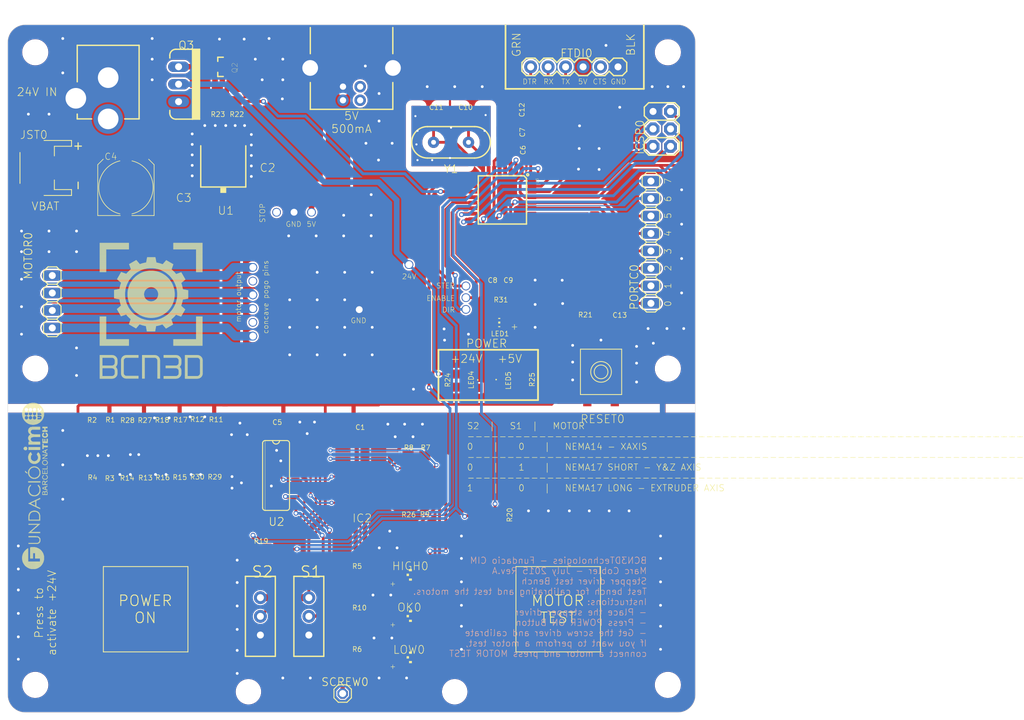
<source format=kicad_pcb>
(kicad_pcb (version 20221018) (generator pcbnew)
  (layers (0 "F.Cu" signal) (31 "B.Cu" signal) (34 "B.Paste" user) (35 "F.Paste" user) (36 "B.SilkS" user "B.Silkscreen") (37 "F.SilkS" user "F.Silkscreen") (38 "B.Mask" user) (39 "F.Mask" user) (44 "Edge.Cuts" user))
  (net 0 "")
  (net 1 "GND")
  (net 2 "5V")
  (net 3 "SCREW")
  (net 4 "N$4")
  (net 5 "N$5")
  (net 6 "N$6")
  (net 7 "N$7")
  (net 8 "N$8")
  (net 9 "N$10")
  (net 10 "N$12")
  (net 11 "N$13")
  (net 12 "N$14")
  (net 13 "N$15")
  (net 14 "N$16")
  (net 15 "N$17")
  (net 16 "N$2")
  (net 17 "N$3")
  (net 18 "N$19")
  (net 19 "N$20")
  (net 20 "~{RESET}")
  (net 21 "N$23")
  (net 22 "N$22")
  (net 23 "N$24")
  (net 24 "DTR")
  (net 25 "RX")
  (net 26 "TX")
  (net 27 "CTS")
  (net 28 "VIN")
  (net 29 "N$25")
  (net 30 "N$26")
  (net 31 "24VON")
  (net 32 "N$27")
  (net 33 "PC0")
  (net 34 "PC1")
  (net 35 "PC2")
  (net 36 "PC3")
  (net 37 "PC4")
  (net 38 "PC5")
  (net 39 "PC6")
  (net 40 "PC7")
  (net 41 "STEP")
  (net 42 "DIR")
  (net 43 "~{ENABLE}")
  (net 44 "MOSI")
  (net 45 "MISO")
  (net 46 "SCK")
  (net 47 "N$41")
  (net 48 "N$42")
  (net 49 "24VPWR")
  (net 50 "N$45")
  (net 51 "N$46")
  (net 52 "N$38")
  (net 53 "N$47")
  (net 54 "N$9")
  (net 55 "N$11")
  (net 56 "N$48")
  (net 57 "N$49")
  (net 58 "N$50")
  (net 59 "N$51")
  (net 60 "N$30")
  (net 61 "N$31")
  (net 62 "N$32")
  (net 63 "N$33")
  (net 64 "N$36")
  (net 65 "N$29")
  (net 66 "N$21")
  (net 67 "CGND")
  (footprint "working:M0805" (layer "F.Cu") (at 128.5239 122.9996 -90)
    (fp_text reference "R29")
    (fp_text value "")
  )
  (footprint "working:FTDI_BASIC" (layer "F.Cu") (at 174.5487 61.1252)
    (fp_text reference "FTDI0")
    (fp_text value "FTDI_BASICPTH" hide)
  )
  (footprint "working:M0805" (layer "F.Cu") (at 159.1563 118.6308 -90)
    (fp_text reference "R7")
    (fp_text value "68.1K" hide)
  )
  (footprint "working:CHIP-LED0805" (layer "F.Cu") (at 170.1291 98.3108 90)
    (fp_text reference "LED1")
    (fp_text value "")
  )
  (footprint "" (layer "F.Cu") (at 133.5011 152.0036)
    (fp_text reference "@HOLE0" hide)
    (fp_text value "")
  )
  (footprint "working:BCN3D_LOGO" (layer "F.Cu") (at 111.8831 106.4736)
    (fp_text reference "U$11" hide)
    (fp_text value "" hide)
  )
  (footprint "working:POGOPIN" (layer "F.Cu") (at 165.1311 94.6936)
    (fp_text reference "JP12" hide)
    (fp_text value "" hide)
  )
  (footprint "working:USB-B-PTH" (layer "F.Cu") (at 148.5011 64.0036 -90)
    (fp_text reference "U$3" hide)
    (fp_text value "USB+SHIELD" hide)
  )
  (footprint "working:M0805" (layer "F.Cu") (at 125.9839 122.9996 -90)
    (fp_text reference "R30")
    (fp_text value "")
  )
  (footprint "working:JST-PH-2-SMT-RA" (layer "F.Cu") (at 103.2763 75.8252 90)
    (fp_text reference "JST0")
    (fp_text value "")
  )
  (footprint "working:STAND-OFF" (layer "F.Cu") (at 102.5011 105.0036)
    (fp_text reference "U$9" hide)
    (fp_text value "" hide)
  )
  (footprint "working:POGOPIN" (layer "F.Cu") (at 165.1311 92.9936)
    (fp_text reference "JP10" hide)
    (fp_text value "" hide)
  )
  (footprint "working:M0805" (layer "F.Cu") (at 168.4781 126.4088 180)
    (fp_text reference "R20")
    (fp_text value "10M" hide)
  )
  (footprint "working:STAND-OFF" (layer "F.Cu") (at 102.5011 151.0036)
    (fp_text reference "U$6" hide)
    (fp_text value "" hide)
  )
  (footprint "working:EVQ-Q2" (layer "F.Cu") (at 184.7823 105.484 -90)
    (fp_text reference "RESET0")
    (fp_text value "SPST_TACT-EVQQ2" hide)
  )
  (footprint "working:FCIM_LOGO" (layer "F.Cu") (at 107.9627 135.9932 90)
    (fp_text reference "U$10" hide)
    (fp_text value "" hide)
  )
  (footprint "working:M0805" (layer "F.Cu") (at 118.3639 123.0504 -90)
    (fp_text reference "R13")
    (fp_text value "")
  )
  (footprint "working:POGOPIN" (layer "F.Cu") (at 137.5943 82.2668 90)
    (fp_text reference "JP15" hide)
    (fp_text value "" hide)
  )
  (footprint "working:M0805" (layer "F.Cu") (at 135.2549 131.2668)
    (fp_text reference "R19")
    (fp_text value "10M" hide)
  )
  (footprint "working:POGOPIN" (layer "F.Cu") (at 156.8475 89.8868)
    (fp_text reference "JP9" hide)
    (fp_text value "" hide)
  )
  (footprint "working:M0805" (layer "F.Cu") (at 125.9839 114.77 -90)
    (fp_text reference "R12")
    (fp_text value "")
  )
  (footprint "working:CAPSENSE_PAD" (layer "F.Cu") (at 178.5011 140.0036)
    (fp_text reference "U$1" hide)
    (fp_text value "CAPSENSE_PAD" hide)
  )
  (footprint "working:SOT23-3" (layer "F.Cu") (at 129.7431 61.1252 90)
    (fp_text reference "Q2")
    (fp_text value "MMBT2222A" hide)
  )
  (footprint "working:POGOPIN" (layer "F.Cu") (at 134.1411 98.2836)
    (fp_text reference "JP6" hide)
    (fp_text value "" hide)
  )
  (footprint "working:M0805" (layer "F.Cu") (at 120.9039 123.0504 -90)
    (fp_text reference "R16")
    (fp_text value "")
  )
  (footprint "working:POGOPIN" (layer "F.Cu") (at 165.1311 96.3936)
    (fp_text reference "JP11" hide)
    (fp_text value "" hide)
  )
  (footprint "working:CHIPLED_1206" (layer "F.Cu") (at 156.5011 147.0036 -90)
    (fp_text reference "LOW0")
    (fp_text value "")
  )
  (footprint "working:M0805" (layer "F.Cu") (at 150.5011 141.0036 180)
    (fp_text reference "R10")
    (fp_text value "1K" hide)
  )
  (footprint "working:M0805" (layer "F.Cu") (at 163.8099 106.7556 90)
    (fp_text reference "R24")
    (fp_text value "5.6K" hide)
  )
  (footprint "working:C0805" (layer "F.Cu") (at 137.5935 114.0784 180)
    (fp_text reference "C5")
    (fp_text value "100n" hide)
  )
  (footprint "working:M0805" (layer "F.Cu") (at 156.7179 123.3044 90)
    (fp_text reference "R26")
    (fp_text value "68.1K" hide)
  )
  (footprint "" (layer "F.Cu") (at 163.5011 152.0036)
    (fp_text reference "@HOLE1" hide)
    (fp_text value "")
  )
  (footprint "working:M0805" (layer "F.Cu") (at 113.2839 114.77 -90)
    (fp_text reference "R1")
    (fp_text value "")
  )
  (footprint "working:C0805" (layer "F.Cu") (at 187.3607 98.3568)
    (fp_text reference "C13")
    (fp_text value "100n" hide)
  )
  (footprint "working:CHIPLED_0805" (layer "F.Cu") (at 166.8579 106.7556)
    (fp_text reference "LED4")
    (fp_text value "")
  )
  (footprint "working:POGOPIN" (layer "F.Cu") (at 142.6743 82.2668 90)
    (fp_text reference "JP13" hide)
    (fp_text value "" hide)
  )
  (footprint "working:TO-252" (layer "F.Cu") (at 129.8419 76.4376)
    (fp_text reference "U1")
    (fp_text value "+5V" hide)
  )
  (footprint "working:UD-8X10_NICHICON" (layer "F.Cu") (at 115.6875 78.6512 90)
    (fp_text reference "C4")
    (fp_text value "100uF" hide)
  )
  (footprint "working:POGOPIN" (layer "F.Cu") (at 134.1411 100.2836)
    (fp_text reference "JP7" hide)
    (fp_text value "" hide)
  )
  (footprint "working:C0805" (layer "F.Cu") (at 171.3483 89.1668 -90)
    (fp_text reference "C9")
    (fp_text value "100n" hide)
  )
  (footprint "working:M0805" (layer "F.Cu") (at 131.7243 65.0876 -90)
    (fp_text reference "R22")
    (fp_text value "100" hide)
  )
  (footprint "working:SWITCH-SPDT_KIT" (layer "F.Cu") (at 135.2391 141.0376)
    (fp_text reference "S2")
    (fp_text value "")
  )
  (footprint "working:STAND-OFF" (layer "F.Cu") (at 194.5011 151.0036)
    (fp_text reference "U$7" hide)
    (fp_text value "" hide)
  )
  (footprint "working:M0805" (layer "F.Cu") (at 115.8239 114.77 -90)
    (fp_text reference "R28")
    (fp_text value "")
  )
  (footprint "working:CHIPLED_0805" (layer "F.Cu") (at 169.5259 106.7072)
    (fp_text reference "LED5")
    (fp_text value "")
  )
  (footprint "working:M0805" (layer "F.Cu") (at 110.7439 123.0504 -90)
    (fp_text reference "R4")
    (fp_text value "")
  )
  (footprint "working:1X01" (layer "F.Cu") (at 147.2039 152.2628)
    (fp_text reference "SCREW0")
    (fp_text value "")
  )
  (footprint "working:M0805" (layer "F.Cu") (at 182.3587 98.342 180)
    (fp_text reference "R21")
    (fp_text value "10K" hide)
  )
  (footprint "working:POGOPIN" (layer "F.Cu") (at 134.1411 96.2836)
    (fp_text reference "JP5" hide)
    (fp_text value "" hide)
  )
  (footprint "working:C0805" (layer "F.Cu") (at 169.0623 89.1668 -90)
    (fp_text reference "C8")
    (fp_text value "100n" hide)
  )
  (footprint "working:SO14" (layer "F.Cu") (at 149.8455 120.6784 -90)
    (fp_text reference "IC2")
    (fp_text value "LM339D" hide)
  )
  (footprint "working:TO220V" (layer "F.Cu") (at 123.3423 63.6492 -90)
    (fp_text reference "Q3")
    (fp_text value "MOSFET-PCHANNELFQP27P06" hide)
  )
  (footprint "working:M0805" (layer "F.Cu") (at 118.3639 114.77 -90)
    (fp_text reference "R27")
    (fp_text value "")
  )
  (footprint "working:M0805" (layer "F.Cu") (at 120.9039 114.77 -90)
    (fp_text reference "R18")
    (fp_text value "")
  )
  (footprint "working:STAND-OFF" (layer "F.Cu") (at 102.5011 59.0036)
    (fp_text reference "U$5" hide)
    (fp_text value "" hide)
  )
  (footprint "working:POWER_JACK_PTH" (layer "F.Cu") (at 113.1027 54.9956 180)
    (fp_text reference "JP1" hide)
    (fp_text value "POWER_JACKPTH" hide)
  )
  (footprint "working:1X04" (layer "F.Cu") (at 104.9771 95.2836 -90)
    (fp_text reference "MOTOR0")
    (fp_text value "")
  )
  (footprint "working:TQFP32-08" (layer "F.Cu") (at 170.4339 80.48 -90)
    (fp_text reference "U3")
    (fp_text value "ATMEGA328P")
  )
  (footprint "working:C0805" (layer "F.Cu") (at 171.2231 73.1648)
    (fp_text reference "C6")
    (fp_text value "100n" hide)
  )
  (footprint "working:M0805" (layer "F.Cu") (at 128.9811 65.0876 90)
    (fp_text reference "R23")
    (fp_text value "10K" hide)
  )
  (footprint "working:M0805" (layer "F.Cu") (at 110.7439 114.77 -90)
    (fp_text reference "R2")
    (fp_text value "")
  )
  (footprint "working:M0805" (layer "F.Cu") (at 115.8239 123.0504 -90)
    (fp_text reference "R14")
    (fp_text value "")
  )
  (footprint "working:M0805" (layer "F.Cu") (at 123.4439 123.0504 -90)
    (fp_text reference "R15")
    (fp_text value "")
  )
  (footprint "working:C0805" (layer "F.Cu") (at 136.0931 77.9908 90)
    (fp_text reference "C2")
    (fp_text value "1uF" hide)
  )
  (footprint "working:C0805" (layer "F.Cu") (at 165.0999 68.288 180)
    (fp_text reference "C10")
    (fp_text value "22p" hide)
  )
  (footprint "working:SWITCH-SPDT_KIT" (layer "F.Cu") (at 142.2871 141.0376)
    (fp_text reference "S1")
    (fp_text value "")
  )
  (footprint "working:POGOPIN" (layer "F.Cu") (at 134.1411 90.2836)
    (fp_text reference "JP2" hide)
    (fp_text value "" hide)
  )
  (footprint "working:HC49US" (layer "F.Cu") (at 162.9663 72.098)
    (fp_text reference "Y1")
    (fp_text value "")
  )
  (footprint "working:M0805" (layer "F.Cu") (at 156.7179 118.6308 -90)
    (fp_text reference "R8")
    (fp_text value "68.1K" hide)
  )
  (footprint "working:SHORT_TOP-50" (layer "F.Cu") (at 162.8139 66.1544 90)
    (fp_text reference "SH1" hide)
    (fp_text value "SHORTT5" hide)
  )
  (footprint "working:C0805" (layer "F.Cu") (at 160.6803 68.288)
    (fp_text reference "C11")
    (fp_text value "22p" hide)
  )
  (footprint "working:M0805" (layer "F.Cu") (at 113.2839 123.0504 -90)
    (fp_text reference "R3")
    (fp_text value "")
  )
  (footprint "working:M0805" (layer "F.Cu") (at 123.4439 114.77 -90)
    (fp_text reference "R17")
    (fp_text value "")
  )
  (footprint "working:STAND-OFF" (layer "F.Cu") (at 194.5011 59.0036)
    (fp_text reference "U$4" hide)
    (fp_text value "" hide)
  )
  (footprint "working:POGOPIN" (layer "F.Cu") (at 140.1343 82.2668 90)
    (fp_text reference "JP14" hide)
    (fp_text value "" hide)
  )
  (footprint "working:CHIPLED_1206" (layer "F.Cu") (at 156.5011 135.0036 -90)
    (fp_text reference "HIGH0")
    (fp_text value "")
  )
  (footprint "working:POGOPIN" (layer "F.Cu") (at 134.1411 94.2836)
    (fp_text reference "JP4" hide)
    (fp_text value "" hide)
  )
  (footprint "working:M0805" (layer "F.Cu") (at 170.1291 96.1772 180)
    (fp_text reference "R31")
    (fp_text value "1K" hide)
  )
  (footprint "working:1X08" (layer "F.Cu") (at 192.0371 86.626 90)
    (fp_text reference "PORTC0")
    (fp_text value "")
  )
  (footprint "working:M0805" (layer "F.Cu") (at 128.5239 114.77 -90)
    (fp_text reference "R11")
    (fp_text value "")
  )
  (footprint "working:SO16" (layer "F.Cu") (at 137.5191 120.5504 -90)
    (fp_text reference "U2")
    (fp_text value "74HC4052" hide)
  )
  (footprint "working:C0805" (layer "F.Cu") (at 149.8091 114.6684)
    (fp_text reference "C1")
    (fp_text value "100n" hide)
  )
  (footprint "working:C0805" (layer "F.Cu") (at 123.9811 82.4452 -90)
    (fp_text reference "C3")
    (fp_text value "0.33uF" hide)
  )
  (footprint "working:CAPSENSE_PAD" (layer "F.Cu") (at 118.5011 140.0036)
    (fp_text reference "U$2" hide)
    (fp_text value "CAPSENSE_PAD" hide)
  )
  (footprint "working:C0805" (layer "F.Cu") (at 171.1687 70.546)
    (fp_text reference "C7")
    (fp_text value "100n" hide)
  )
  (footprint "working:CHIPLED_1206" (layer "F.Cu") (at 156.5011 141.0036 -90)
    (fp_text reference "OK0")
    (fp_text value "")
  )
  (footprint "working:M0805" (layer "F.Cu") (at 159.1563 123.3044 90)
    (fp_text reference "R9")
    (fp_text value "10K" hide)
  )
  (footprint "working:C0805" (layer "F.Cu") (at 174.5487 67.2212 90)
    (fp_text reference "C12")
    (fp_text value "100n" hide)
  )
  (footprint "working:M0805" (layer "F.Cu") (at 172.7263 106.7072 90)
    (fp_text reference "R25")
    (fp_text value "5.6K" hide)
  )
  (footprint "working:POGOPIN" (layer "F.Cu") (at 134.1411 92.2836)
    (fp_text reference "JP3" hide)
    (fp_text value "" hide)
  )
  (footprint "working:2X3" (layer "F.Cu") (at 194.8835 72.6888 90)
    (fp_text reference "ICSP0")
    (fp_text value "AVR_SPI_PRG_6PTH" hide)
  )
  (footprint "working:M0805" (layer "F.Cu") (at 150.5011 135.0036 180)
    (fp_text reference "R5")
    (fp_text value "1K" hide)
  )
  (footprint "working:STAND-OFF" (layer "F.Cu") (at 194.5011 105.0036)
    (fp_text reference "U$8" hide)
    (fp_text value "" hide)
  )
  (footprint "working:POGOPIN" (layer "F.Cu") (at 149.6141 96.4288)
    (fp_text reference "JP8" hide)
    (fp_text value "" hide)
  )
  (footprint "working:M0805" (layer "F.Cu") (at 150.5011 147.0036 180)
    (fp_text reference "R6")
    (fp_text value "1K" hide)
  )
  (gr_line (start 175.6155 109.5884) (end 161.1375 109.5884) (stroke (width 0.254)) (layer "F.SilkS"))
  (gr_line (start 191.0079 64.3256) (end 191.0079 55.0292) (stroke (width 0.254)) (layer "F.SilkS"))
  (gr_line (start 170.8911 55.0292) (end 170.8911 64.3256) (stroke (width 0.254)) (layer "F.SilkS"))
  (gr_line (start 170.8911 64.3256) (end 191.0079 64.3256) (stroke (width 0.254)) (layer "F.SilkS"))
  (gr_line (start 161.1375 102.2732) (end 175.6155 102.2732) (stroke (width 0.254)) (layer "F.SilkS"))
  (gr_line (start 175.6155 102.2732) (end 175.6155 109.5884) (stroke (width 0.254)) (layer "F.SilkS"))
  (gr_line (start 161.1375 109.5884) (end 161.1375 102.2732) (stroke (width 0.254)) (layer "F.SilkS"))
  (gr_line (start 101.0411 155.0036) (end 195.9611 155.0036) (stroke (width 0.05)) (layer "Edge.Cuts"))
  (gr_arc (start 195.9611 55.0036) (mid 197.757151 55.747549) (end 198.5011 57.5436) (stroke (width 0.05)) (layer "Edge.Cuts"))
  (gr_line (start 198.5011 152.4636) (end 198.5011 57.5436) (stroke (width 0.05)) (layer "Edge.Cuts"))
  (gr_line (start 98.5011 57.5436) (end 98.5011 152.4636) (stroke (width 0.05)) (layer "Edge.Cuts"))
  (gr_arc (start 198.5011 152.4636) (mid 197.757151 154.259651) (end 195.9611 155.0036) (stroke (width 0.05)) (layer "Edge.Cuts"))
  (gr_arc (start 98.5011 57.5436) (mid 99.245049 55.747549) (end 101.0411 55.0036) (stroke (width 0.05)) (layer "Edge.Cuts"))
  (gr_line (start 195.9611 55.0036) (end 101.0411 55.0036) (stroke (width 0.05)) (layer "Edge.Cuts"))
  (gr_arc (start 101.0411 155.0036) (mid 99.245049 154.259651) (end 98.5011 152.4636) (stroke (width 0.05)) (layer "Edge.Cuts"))
  (gr_text "BCN3DTechnologies - Fundacio CIM\nMarc Cobler - July 2015 Rev.A\nStepper driver test Bench\nTest bench for calibrating and test the motors.\nInstructions:\n- Place the stepper driver\n- Press POWER ON Button\n- Get the screw driver and calibrate\nIf you want to perform a motor test,\nconnect a motor and press MOTOR TEST" (at 191.5011 147.0036) (layer "B.SilkS") (effects (font (size 0.93472 0.93472) (thickness 0.08128)) (justify left bottom mirror)))
  (gr_text "RX" (at 176.3775 63.716) (layer "F.SilkS") (effects (font (size 0.747776 0.747776) (thickness 0.065024)) (justify left bottom)))
  (gr_text "GND" (at 186.1311 63.716) (layer "F.SilkS") (effects (font (size 0.747776 0.747776) (thickness 0.065024)) (justify left bottom)))
  (gr_text "5" (at 194.5131 82.766 90) (layer "F.SilkS") (effects (font (size 0.93472 0.93472) (thickness 0.08128))))
  (gr_text "+" (at 153.9935 136.7156) (layer "F.SilkS") (effects (font (size 0.747776 0.747776) (thickness 0.065024)) (justify left bottom)))
  (gr_text "0" (at 194.5131 95.5676 90) (layer "F.SilkS") (effects (font (size 0.93472 0.93472) (thickness 0.08128))))
  (gr_text "+24V" (at 162.8139 104.2544) (layer "F.SilkS") (effects (font (size 1.1684 1.1684) (thickness 0.1016)) (justify left bottom)))
  (gr_text "TX" (at 178.9683 63.716) (layer "F.SilkS") (effects (font (size 0.747776 0.747776) (thickness 0.065024)) (justify left bottom)))
  (gr_text "CTS" (at 183.5403 63.716) (layer "F.SilkS") (effects (font (size 0.747776 0.747776) (thickness 0.065024)) (justify left bottom)))
  (gr_text "4" (at 194.5131 85.3568 90) (layer "F.SilkS") (effects (font (size 0.93472 0.93472) (thickness 0.08128))))
  (gr_text "6" (at 194.5131 80.3276 90) (layer "F.SilkS") (effects (font (size 0.93472 0.93472) (thickness 0.08128))))
  (gr_text "7" (at 194.5131 77.7368 90) (layer "F.SilkS") (effects (font (size 0.93472 0.93472) (thickness 0.08128))))
  (gr_text "GND" (at 138.8871 84.4424) (layer "F.SilkS") (effects (font (size 0.747776 0.747776) (thickness 0.065024)) (justify left bottom)))
  (gr_text "DIR" (at 163.5759 96.0248) (layer "F.SilkS") (effects (font (size 0.747776 0.747776) (thickness 0.065024)) (justify right top)))
  (gr_text "GND" (at 148.3359 98.4632) (layer "F.SilkS") (effects (font (size 0.747776 0.747776) (thickness 0.065024)) (justify left bottom)))
  (gr_text "5V\n500mA" (at 148.4883 69.2024) (layer "F.SilkS") (effects (font (size 1.1684 1.1684) (thickness 0.1016))))
  (gr_text "POWER\nON" (at 118.5011 140.0036) (layer "F.SilkS") (effects (font (size 1.542288 1.542288) (thickness 0.134112))))
  (gr_text "motor output" (at 132.4863 98.3108 90) (layer "F.SilkS") (effects (font (size 0.747776 0.747776) (thickness 0.065024)) (justify left bottom)))
  (gr_text "GRN" (at 173.1771 59.7536 90) (layer "F.SilkS") (effects (font (size 1.1684 1.1684) (thickness 0.1016)) (justify left bottom)))
  (gr_text "BLK" (at 189.7887 59.6012 90) (layer "F.SilkS") (effects (font (size 1.1684 1.1684) (thickness 0.1016)) (justify left bottom)))
  (gr_text "24V" (at 155.8035 92.0624) (layer "F.SilkS") (effects (font (size 0.747776 0.747776) (thickness 0.065024)) (justify left bottom)))
  (gr_text "24V IN" (at 102.7683 64.7828) (layer "F.SilkS") (effects (font (size 1.1684 1.1684) (thickness 0.1016))))
  (gr_text "+" (at 153.9935 142.6592) (layer "F.SilkS") (effects (font (size 0.747776 0.747776) (thickness 0.065024)) (justify left bottom)))
  (gr_text "5V" (at 141.9351 84.4424) (layer "F.SilkS") (effects (font (size 0.747776 0.747776) (thickness 0.065024)) (justify left bottom)))
  (gr_text "S2  |   S1  |   MOTOR\n----------------------------------------------------------------------\n0    |    0    |   NEMA14 - XAXIS\n----------------------------------------------------------------------\n0    |    1    |   NEMA17 SHORT - Y&Z AXIS\n----------------------------------------------------------------------\n1    |    0    |   NEMA17 LONG - EXTRUDER AXIS" (at 165.2339 122.92) (layer "F.SilkS") (effects (font (size 0.93472 0.93472) (thickness 0.08128)) (justify left bottom)))
  (gr_text "MOTOR\nTEST" (at 178.5011 140.0036) (layer "F.SilkS") (effects (font (size 1.542288 1.542288) (thickness 0.134112))))
  (gr_text "2" (at 194.5131 90.386 90) (layer "F.SilkS") (effects (font (size 0.93472 0.93472) (thickness 0.08128))))
  (gr_text "ENABLE" (at 163.5759 94.3484) (layer "F.SilkS") (effects (font (size 0.747776 0.747776) (thickness 0.065024)) (justify right top)))
  (gr_text "5V" (at 181.4067 63.716) (layer "F.SilkS") (effects (font (size 0.747776 0.747776) (thickness 0.065024)) (justify left bottom)))
  (gr_text "3" (at 194.5131 87.9476 90) (layer "F.SilkS") (effects (font (size 0.93472 0.93472) (thickness 0.08128))))
  (gr_text "STOP" (at 135.9915 83.8328 90) (layer "F.SilkS") (effects (font (size 0.747776 0.747776) (thickness 0.065024)) (justify left bottom)))
  (gr_text "DTR" (at 173.3295 63.716) (layer "F.SilkS") (effects (font (size 0.747776 0.747776) (thickness 0.065024)) (justify left bottom)))
  (gr_text "+5V" (at 169.6719 104.2544) (layer "F.SilkS") (effects (font (size 1.1684 1.1684) (thickness 0.1016)) (justify left bottom)))
  (gr_text "1" (at 194.5131 92.9768 90) (layer "F.SilkS") (effects (font (size 0.93472 0.93472) (thickness 0.08128))))
  (gr_text "VBAT" (at 103.9875 81.3944) (layer "F.SilkS") (effects (font (size 1.1684 1.1684) (thickness 0.1016))))
  (gr_text "STEP" (at 163.5759 92.5196) (layer "F.SilkS") (effects (font (size 0.747776 0.747776) (thickness 0.065024)) (justify right top)))
  (gr_text "+" (at 153.9935 148.7552) (layer "F.SilkS") (effects (font (size 0.747776 0.747776) (thickness 0.065024)) (justify left bottom)))
  (gr_text "concave pogo pins" (at 136.4487 99.9872 90) (layer "F.SilkS") (effects (font (size 0.747776 0.747776) (thickness 0.065024)) (justify left bottom)))
  (gr_text "POWER" (at 168.1479 101.3588) (layer "F.SilkS") (effects (font (size 1.1684 1.1684) (thickness 0.1016))))
  (gr_text "Press to\nactivate +24V" (at 103.9875 140.5256 90) (layer "F.SilkS") (effects (font (size 1.1684 1.1684) (thickness 0.1016))))
  (segment (start 140.1343 84.9256) (end 139.3531 85.7068) (width 1.6764) (layer "F.Cu") (net 1))
  (segment (start 148.9263 96.4288) (end 149.6141 96.4288) (width 1.6764) (layer "F.Cu") (net 1))
  (segment (start 140.1343 82.2668) (end 140.1343 84.9256) (width 1.6764) (layer "F.Cu") (net 1))
  (segment (start 147.5011 95.0036) (end 148.9263 96.4288) (width 1.6764) (layer "F.Cu") (net 1))
  (via (at 113.1315 117.6656) (size 0.7112) (drill 0.4064) (layers "F.Cu" "B.Cu") (net 1))
  (via (at 131.8647 142.9368) (size 0.7112) (drill 0.4064) (layers "F.Cu" "B.Cu") (net 1))
  (via (at 147.5011 91.0036) (size 0.7112) (drill 0.4064) (layers "F.Cu" "B.Cu") (net 1))
  (via (at 132.8811 57.0892) (size 0.7112) (drill 0.4064) (layers "F.Cu" "B.Cu") (net 1))
  (via (at 114.8079 120.4088) (size 0.7112) (drill 0.4064) (layers "F.Cu" "B.Cu") (net 1))
  (via (at 151.5011 99.0036) (size 0.7112) (drill 0.4064) (layers "F.Cu" "B.Cu") (net 1))
  (via (at 100.0371 144.0184) (size 0.7112) (drill 0.4064) (layers "F.Cu" "B.Cu") (net 1))
  (via (at 125.3235 70.8788) (size 0.7112) (drill 0.4064) (layers "F.Cu" "B.Cu") (net 1))
  (via (at 192.2151 64.0036) (size 0.7112) (drill 0.4064) (layers "F.Cu" "B.Cu") (net 1))
  (via (at 131.0439 114.6132) (size 0.7112) (drill 0.4064) (layers "F.Cu" "B.Cu") (net 1))
  (via (at 156.2171 113.0892) (size 0.7112) (drill 0.4064) (layers "F.Cu" "B.Cu") (net 1))
  (via (at 132.9435 69.6596) (size 0.7112) (drill 0.4064) (layers "F.Cu" "B.Cu") (net 1))
  (via (at 106.5011 124.0036) (size 0.7112) (drill 0.4064) (layers "F.Cu" "B.Cu") (net 1))
  (via (at 101.5011 68.0036) (size 0.7112) (drill 0.4064) (layers "F.Cu" "B.Cu") (net 1))
  (via (at 147.3531 85.7068) (size 0.7112) (drill 0.4064) (layers "F.Cu" "B.Cu") (net 1))
  (via (at 164.4783 136.0224) (size 0.7112) (drill 0.4064) (layers "F.Cu" "B.Cu") (net 1))
  (via (at 193.4343 129.3564) (size 0.7112) (drill 0.4064) (layers "F.Cu" "B.Cu") (net 1))
  (via (at 164.4783 129.3564) (size 0.7112) (drill 0.4064) (layers "F.Cu" "B.Cu") (net 1))
  (via (at 155.1191 131.0808) (size 0.7112) (drill 0.4064) (layers "F.Cu" "B.Cu") (net 1))
  (via (at 196.5011 94.0036) (size 0.7112) (drill 0.4064) (layers "F.Cu" "B.Cu") (net 1))
  (via (at 152.5011 65.0036) (size 0.7112) (drill 0.4064) (layers "F.Cu" "B.Cu") (net 1))
  (via (at 143.1107 112.7844) (size 0.7112) (drill 0.4064) (layers "F.Cu" "B.Cu") (net 1))
  (via (at 151.3531 82.7068) (size 0.7112) (drill 0.4064) (layers "F.Cu" "B.Cu") (net 1))
  (via (at 189.9479 101.776) (size 0.7112) (drill 0.4064) (layers "F.Cu" "B.Cu") (net 1))
  (via (at 108.5011 106.0036) (size 0.7112) (drill 0.4064) (layers "F.Cu" "B.Cu") (net 1))
  (via (at 142.5011 150.0036) (size 0.7112) (drill 0.4064) (layers "F.Cu" "B.Cu") (net 1))
  (via (at 188.8623 125.6988) (size 0.7112) (drill 0.4064) (layers "F.Cu" "B.Cu") (net 1))
  (via (at 139.5011 103.0036) (size 0.7112) (drill 0.4064) (layers "F.Cu" "B.Cu") (net 1))
  (via (at 194.5011 64.0036) (size 0.7112) (drill 0.4064) (layers "F.Cu" "B.Cu") (net 1))
  (via (at 159.5011 64.0036) (size 0.7112) (drill 0.4064) (layers "F.Cu" "B.Cu") (net 1))
  (via (at 165.5011 100.0036) (size 0.7112) (drill 0.4064) (layers "F.Cu" "B.Cu") (net 1))
  (via (at 196.7871 64.0036) (size 0.7112) (drill 0.4064) (layers "F.Cu" "B.Cu") (net 1))
  (via (at 116.3319 117.5132) (size 0.7112) (drill 0.4064) (layers "F.Cu" "B.Cu") (net 1))
  (via (at 147.5011 95.0036) (size 0.7112) (drill 0.4064) (layers "F.Cu" "B.Cu") (net 1))
  (via (at 179.1963 95.5464) (size 0.7112) (drill 0.4064) (layers "F.Cu" "B.Cu") (net 1))
  (via (at 152.4199 74.6776) (size 0.7112) (drill 0.4064) (layers "F.Cu" "B.Cu") (net 1))
  (via (at 116.3319 120.4088) (size 0.7112) (drill 0.4064) (layers "F.Cu" "B.Cu") (net 1))
  (via (at 157.4363 114.918) (size 0.7112) (drill 0.4064) (layers "F.Cu" "B.Cu") (net 1))
  (via (at 121.5135 120.4088) (size 0.7112) (drill 0.4064) (layers "F.Cu" "B.Cu") (net 1))
  (via (at 196.5011 79.0036) (size 0.7112) (drill 0.4064) (layers "F.Cu" "B.Cu") (net 1))
  (via (at 125.0187 112.0268) (size 0.7112) (drill 0.4064) (layers "F.Cu" "B.Cu") (net 1))
  (via (at 151.6139 137.9388) (size 0.7112) (drill 0.4064) (layers "F.Cu" "B.Cu") (net 1))
  (via (at 100.0371 147.2752) (size 0.7112) (drill 0.4064) (layers "F.Cu" "B.Cu") (net 1))
  (via (at 167.5011 64.0036) (size 0.7112) (drill 0.4064) (layers "F.Cu" "B.Cu") (net 1))
  (via (at 151.3531 85.7068) (size 0.7112) (drill 0.4064) (layers "F.Cu" "B.Cu") (net 1))
  (via (at 117.5511 117.5132) (size 0.7112) (drill 0.4064) (layers "F.Cu" "B.Cu") (net 1))
  (via (at 133.9247 70.9644) (size 0.7112) (drill 0.4064) (layers "F.Cu" "B.Cu") (net 1))
  (via (at 100.5011 85.0036) (size 0.7112) (drill 0.4064) (layers "F.Cu" "B.Cu") (net 1))
  (via (at 184.7663 100.8616) (size 0.7112) (drill 0.4064) (layers "F.Cu" "B.Cu") (net 1))
  (via (at 125.3235 72.4028) (size 0.7112) (drill 0.4064) (layers "F.Cu" "B.Cu") (net 1))
  (via (at 128.6763 69.6596) (size 0.7112) (drill 0.4064) (layers "F.Cu" "B.Cu") (net 1))
  (via (at 100.0371 140.6092) (size 0.7112) (drill 0.4064) (layers "F.Cu" "B.Cu") (net 1))
  (via (at 164.4783 145.8324) (size 0.7112) (drill 0.4064) (layers "F.Cu" "B.Cu") (net 1))
  (via (at 175.1963 95.68) (size 0.7112) (drill 0.4064) (layers "F.Cu" "B.Cu") (net 1))
  (via (at 154.2047 137.9388) (size 0.7112) (drill 0.4064) (layers "F.Cu" "B.Cu") (net 1))
  (via (at 133.9247 75.5364) (size 0.7112) (drill 0.4064) (layers "F.Cu" "B.Cu") (net 1))
  (via (at 125.3235 75.4508) (size 0.7112) (drill 0.4064) (layers "F.Cu" "B.Cu") (net 1))
  (via (at 100.5011 100.0036) (size 0.7112) (drill 0.4064) (layers "F.Cu" "B.Cu") (net 1))
  (via (at 179.1295 92.156) (size 0.7112) (drill 0.4064) (layers "F.Cu" "B.Cu") (net 1))
  (via (at 131.8647 145.9848) (size 0.7112) (drill 0.4064) (layers "F.Cu" "B.Cu") (net 1))
  (via (at 150.5911 72.2392) (size 0.7112) (drill 0.4064) (layers "F.Cu" "B.Cu") (net 1))
  (via (at 143.3531 85.7068) (size 0.7112) (drill 0.4064) (layers "F.Cu" "B.Cu") (net 1))
  (via (at 154.4011 72.2392) (size 0.7112) (drill 0.4064) (layers "F.Cu" "B.Cu") (net 1))
  (via (at 152.5283 131.0808) (size 0.7112) (drill 0.4064) (layers "F.Cu" "B.Cu") (net 1))
  (via (at 185.9667 125.6988) (size 0.7112) (drill 0.4064) (layers "F.Cu" "B.Cu") (net 1))
  (via (at 181.6535 69.6988) (size 0.7112) (drill 0.4064) (layers "F.Cu" "B.Cu") (net 1))
  (via (at 140.9771 112.7844) (size 0.7112) (drill 0.4064) (layers "F.Cu" "B.Cu") (net 1))
  (via (at 100.5011 96.0036) (size 0.7112) (drill 0.4064) (layers "F.Cu" "B.Cu") (net 1))
  (via (at 151.5011 103.0036) (size 0.7112) (drill 0.4064) (layers "F.Cu" "B.Cu") (net 1))
  (via (at 147.5011 99.0036) (size 0.7112) (drill 0.4064) (layers "F.Cu" "B.Cu") (net 1))
  (via (at 181.5011 76.0036) (size 0.7112) (drill 0.4064) (layers "F.Cu" "B.Cu") (net 1))
  (via (at 163.5011 64.0036) (size 0.7112) (drill 0.4064) (layers "F.Cu" "B.Cu") (net 1))
  (via (at 138.5011 63.0036) (size 0.7112) (drill 0.4064) (layers "F.Cu" "B.Cu") (net 1))
  (via (at 177.1275 125.6988) (size 0.7112) (drill 0.4064) (layers "F.Cu" "B.Cu") (net 1))
  (via (at 138.4343 65.7844) (size 0.7112) (drill 0.4064) (layers "F.Cu" "B.Cu") (net 1))
  (via (at 164.4783 142.4796) (size 0.7112) (drill 0.4064) (layers "F.Cu" "B.Cu") (net 1))
  (via (at 100.5011 88.0036) (size 0.7112) (drill 0.4064) (layers "F.Cu" "B.Cu") (net 1))
  (via (at 136.5011 57.0036) (size 0.7112) (drill 0.4064) (layers "F.Cu" "B.Cu") (net 1))
  (via (at 184.5011 76.0516) (size 0.7112) (drill 0.4064) (layers "F.Cu" "B.Cu") (net 1))
  (via (at 131.8647 139.5276) (size 0.7112) (drill 0.4064) (layers "F.Cu" "B.Cu") (net 1))
  (via (at 142.0439 114.4608) (size 0.7112) (drill 0.4064) (layers "F.Cu" "B.Cu") (net 1))
  (via (at 106.5011 119.0036) (size 0.7112) (drill 0.4064) (layers "F.Cu" "B.Cu") (net 1))
  (via (at 194.3675 99.1852) (size 0.7112) (drill 0.4064) (layers "F.Cu" "B.Cu") (net 1))
  (via (at 108.5011 85.0036) (size 0.7112) (drill 0.4064) (layers "F.Cu" "B.Cu") (net 1))
  (via (at 164.4783 139.4316) (size 0.7112) (drill 0.4064) (layers "F.Cu" "B.Cu") (net 1))
  (via (at 133.9247 72.4884) (size 0.7112) (drill 0.4064) (layers "F.Cu" "B.Cu") (net 1))
  (via (at 156.5011 150.0036) (size 0.7112) (drill 0.4064) (layers "F.Cu" "B.Cu") (net 1))
  (via (at 153.7787 113.0892) (size 0.7112) (drill 0.4064) (layers "F.Cu" "B.Cu") (net 1))
  (via (at 180.6515 101.6236) (size 0.7112) (drill 0.4064) (layers "F.Cu" "B.Cu") (net 1))
  (via (at 150.5011 61.0036) (size 0.7112) (drill 0.4064) (layers "F.Cu" "B.Cu") (net 1))
  (via (at 184.5011 73.0036) (size 0.7112) (drill 0.4064) (layers "F.Cu" "B.Cu") (net 1))
  (via (at 126.5427 120.4088) (size 0.7112) (drill 0.4064) (layers "F.Cu" "B.Cu") (net 1))
  (via (at 185.5011 58.0036) (size 0.7112) (drill 0.4064) (layers "F.Cu" "B.Cu") (net 1))
  (via (at 127.1523 69.6596) (size 0.7112) (drill 0.4064) (layers "F.Cu" "B.Cu") (net 1))
  (via (at 191.6243 99.1852) (size 0.7112) (drill 0.4064) (layers "F.Cu" "B.Cu") (net 1))
  (via (at 151.5011 91.0036) (size 0.7112) (drill 0.4064) (layers "F.Cu" "B.Cu") (net 1))
  (via (at 119.8371 112.1792) (size 0.7112) (drill 0.4064) (layers "F.Cu" "B.Cu") (net 1))
  (via (at 189.9479 104.2144) (size 0.7112) (drill 0.4064) (layers "F.Cu" "B.Cu") (net 1))
  (via (at 125.3235 76.9748) (size 0.7112) (drill 0.4064) (layers "F.Cu" "B.Cu") (net 1))
  (via (at 143.5011 103.0036) (size 0.7112) (drill 0.4064) (layers "F.Cu" "B.Cu") (net 1))
  (via (at 193.4343 132.6132) (size 0.7112) (drill 0.4064) (layers "F.Cu" "B.Cu") (net 1))
  (via (at 104.5011 68.0036) (size 0.7112) (drill 0.4064) (layers "F.Cu" "B.Cu") (net 1))
  (via (at 125.3235 73.9268) (size 0.7112) (drill 0.4064) (layers "F.Cu" "B.Cu") (net 1))
  (via (at 147.5011 103.0036) (size 0.7112) (drill 0.4064) (layers "F.Cu" "B.Cu") (net 1))
  (via (at 129.2903 57.0892) (size 0.7112) (drill 0.4064) (layers "F.Cu" "B.Cu") (net 1))
  (via (at 189.9479 106.9576) (size 0.7112) (drill 0.4064) (layers "F.Cu" "B.Cu") (net 1))
  (via (at 158.8079 113.0892) (size 0.7112) (drill 0.4064) (layers "F.Cu" "B.Cu") (net 1))
  (via (at 131.8647 149.3376) (size 0.7112) (drill 0.4064) (layers "F.Cu" "B.Cu") (net 1))
  (via (at 104.5011 88.0036) (size 0.7112) (drill 0.4064) (layers "F.Cu" "B.Cu") (net 1))
  (via (at 104.5011 85.0036) (size 0.7112) (drill 0.4064) (layers "F.Cu" "B.Cu") (net 1))
  (via (at 100.5011 92.0036) (size 0.7112) (drill 0.4064) (layers "F.Cu" "B.Cu") (net 1))
  (via (at 174.2319 125.6988) (size 0.7112) (drill 0.4064) (layers "F.Cu" "B.Cu") (net 1))
  (via (at 130.2003 69.6596) (size 0.7112) (drill 0.4064) (layers "F.Cu" "B.Cu") (net 1))
  (via (at 139.5011 95.0036) (size 0.7112) (drill 0.4064) (layers "F.Cu" "B.Cu") (net 1))
  (via (at 152.5011 69.0036) (size 0.7112) (drill 0.4064) (layers "F.Cu" "B.Cu") (net 1))
  (via (at 196.5011 89.0036) (size 0.7112) (drill 0.4064) (layers "F.Cu" "B.Cu") (net 1))
  (via (at 127.1523 112.0268) (size 0.7112) (drill 0.4064) (layers "F.Cu" "B.Cu") (net 1))
  (via (at 181.6055 73.0036) (size 0.7112) (drill 0.4064) (layers "F.Cu" "B.Cu") (net 1))
  (via (at 180.6515 104.062) (size 0.7112) (drill 0.4064) (layers "F.Cu" "B.Cu") (net 1))
  (via (at 139.5011 99.0036) (size 0.7112) (drill 0.4064) (layers "F.Cu" "B.Cu") (net 1))
  (via (at 111.6075 117.6656) (size 0.7112) (drill 0.4064) (layers "F.Cu" "B.Cu") (net 1))
  (via (at 110.0835 117.6656) (size 0.7112) (drill 0.4064) (layers "F.Cu" "B.Cu") (net 1))
  (via (at 119.5011 57.0036) (size 0.7112) (drill 0.4064) (layers "F.Cu" "B.Cu") (net 1))
  (via (at 154.3571 144.1872) (size 0.7112) (drill 0.4064) (layers "F.Cu" "B.Cu") (net 1))
  (via (at 157.5011 108.0036) (size 0.7112) (drill 0.4064) (layers "F.Cu" "B.Cu") (net 1))
  (via (at 193.4343 145.8324) (size 0.7112) (drill 0.4064) (layers "F.Cu" "B.Cu") (net 1))
  (via (at 154.8455 114.918) (size 0.7112) (drill 0.4064) (layers "F.Cu" "B.Cu") (net 1))
  (via (at 131.1147 120.7136) (size 0.7112) (drill 0.4064) (layers "F.Cu" "B.Cu") (net 1))
  (via (at 136.8351 122.0808) (size 0.7112) (drill 0.4064) (layers "F.Cu" "B.Cu") (net 1))
  (via (at 138.5011 60.0036) (size 0.7112) (drill 0.4064) (layers "F.Cu" "B.Cu") (net 1))
  (via (at 138.2067 118.4232) (size 0.7112) (drill 0.4064) (layers "F.Cu" "B.Cu") (net 1))
  (via (at 132.4863 121.628) (size 0.7112) (drill 0.4064) (layers "F.Cu" "B.Cu") (net 1))
  (via (at 175.1963 99.0036) (size 0.7112) (drill 0.4064) (layers "F.Cu" "B.Cu") (net 1))
  (via (at 131.8647 136.1184) (size 0.7112) (drill 0.4064) (layers "F.Cu" "B.Cu") (net 1))
  (via (at 152.5011 150.0036) (size 0.7112) (drill 0.4064) (layers "F.Cu" "B.Cu") (net 1))
  (via (at 125.1711 120.4088) (size 0.7112) (drill 0.4064) (layers "F.Cu" "B.Cu") (net 1))
  (via (at 133.3299 114.6132) (size 0.7112) (drill 0.4064) (layers "F.Cu" "B.Cu") (net 1))
  (via (at 187.5011 67.0036) (size 0.7112) (drill 0.4064) (layers "F.Cu" "B.Cu") (net 1))
  (via (at 137.5971 116.8992) (size 0.7112) (drill 0.4064) (layers "F.Cu" "B.Cu") (net 1))
  (via (at 183.0711 125.6988) (size 0.7112) (drill 0.4064) (layers "F.Cu" "B.Cu") (net 1))
  (via (at 138.5011 150.0036) (size 0.7112) (drill 0.4064) (layers "F.Cu" "B.Cu") (net 1))
  (via (at 139.3531 85.7068) (size 0.7112) (drill 0.4064) (layers "F.Cu" "B.Cu") (net 1))
  (via (at 121.9707 112.1792) (size 0.7112) (drill 0.4064) (layers "F.Cu" "B.Cu") (net 1))
  (via (at 133.9247 77.0604) (size 0.7112) (drill 0.4064) (layers "F.Cu" "B.Cu") (net 1))
  (via (at 196.8059 99.1852) (size 0.7112) (drill 0.4064) (layers "F.Cu" "B.Cu") (net 1))
  (via (at 100.0371 130.7992) (size 0.7112) (drill 0.4064) (layers "F.Cu" "B.Cu") (net 1))
  (via (at 154.0523 128.6424) (size 0.7112) (drill 0.4064) (layers "F.Cu" "B.Cu") (net 1))
  (via (at 119.5011 63.0036) (size 0.7112) (drill 0.4064) (layers "F.Cu" "B.Cu") (net 1))
  (via (at 100.0371 137.2) (size 0.7112) (drill 0.4064) (layers "F.Cu" "B.Cu") (net 1))
  (via (at 106.5011 57.0036) (size 0.7112) (drill 0.4064) (layers "F.Cu" "B.Cu") (net 1))
  (via (at 180.1755 125.6988) (size 0.7112) (drill 0.4064) (layers "F.Cu" "B.Cu") (net 1))
  (via (at 108.5011 88.0036) (size 0.7112) (drill 0.4064) (layers "F.Cu" "B.Cu") (net 1))
  (via (at 132.2631 112.9368) (size 0.7112) (drill 0.4064) (layers "F.Cu" "B.Cu") (net 1))
  (via (at 175.1963 92.1372) (size 0.7112) (drill 0.4064) (layers "F.Cu" "B.Cu") (net 1))
  (via (at 106.5011 114.0036) (size 0.7112) (drill 0.4064) (layers "F.Cu" "B.Cu") (net 1))
  (via (at 143.5011 95.0036) (size 0.7112) (drill 0.4064) (layers "F.Cu" "B.Cu") (net 1))
  (via (at 131.5719 69.6596) (size 0.7112) (drill 0.4064) (layers "F.Cu" "B.Cu") (net 1))
  (via (at 151.3531 79.7068) (size 0.7112) (drill 0.4064) (layers "F.Cu" "B.Cu") (net 1))
  (via (at 119.9895 120.4088) (size 0.7112) (drill 0.4064) (layers "F.Cu" "B.Cu") (net 1))
  (via (at 131.1147 122.39) (size 0.7112) (drill 0.4064) (layers "F.Cu" "B.Cu") (net 1))
  (via (at 119.5011 60.0036) (size 0.7112) (drill 0.4064) (layers "F.Cu" "B.Cu") (net 1))
  (via (at 180.6515 106.6528) (size 0.7112) (drill 0.4064) (layers "F.Cu" "B.Cu") (net 1))
  (via (at 108.5011 102.0036) (size 0.7112) (drill 0.4064) (layers "F.Cu" "B.Cu") (net 1))
  (via (at 192.3863 101.3188) (size 0.7112) (drill 0.4064) (layers "F.Cu" "B.Cu") (net 1))
  (via (at 193.4343 142.4796) (size 0.7112) (drill 0.4064) (layers "F.Cu" "B.Cu") (net 1))
  (via (at 162.0251 100.87) (size 0.7112) (drill 0.4064) (layers "F.Cu" "B.Cu") (net 1))
  (via (at 134.5011 60.0036) (size 0.7112) (drill 0.4064) (layers "F.Cu" "B.Cu") (net 1))
  (via (at 164.4783 132.6132) (size 0.7112) (drill 0.4064) (layers "F.Cu" "B.Cu") (net 1))
  (via (at 143.5011 91.0036) (size 0.7112) (drill 0.4064) (layers "F.Cu" "B.Cu") (net 1))
  (via (at 133.9247 74.0124) (size 0.7112) (drill 0.4064) (layers "F.Cu" "B.Cu") (net 1))
  (via (at 193.4343 139.4316) (size 0.7112) (drill 0.4064) (layers "F.Cu" "B.Cu") (net 1))
  (via (at 100.0371 134.152) (size 0.7112) (drill 0.4064) (layers "F.Cu" "B.Cu") (net 1))
  (via (at 151.7663 144.1872) (size 0.7112) (drill 0.4064) (layers "F.Cu" "B.Cu") (net 1))
  (via (at 131.8647 132.8616) (size 0.7112) (drill 0.4064) (layers "F.Cu" "B.Cu") (net 1))
  (via (at 106.5011 62.0036) (size 0.7112) (drill 0.4064) (layers "F.Cu" "B.Cu") (net 1))
  (via (at 143.5011 99.0036) (size 0.7112) (drill 0.4064) (layers "F.Cu" "B.Cu") (net 1))
  (via (at 147.3531 82.7068) (size 0.7112) (drill 0.4064) (layers "F.Cu" "B.Cu") (net 1))
  (via (at 161.9583 99.2416) (size 0.7112) (drill 0.4064) (layers "F.Cu" "B.Cu") (net 1))
  (via (at 196.5011 84.0036) (size 0.7112) (drill 0.4064) (layers "F.Cu" "B.Cu") (net 1))
  (via (at 193.4343 136.0224) (size 0.7112) (drill 0.4064) (layers "F.Cu" "B.Cu") (net 1))
  (via (at 135.5011 63.0036) (size 0.7112) (drill 0.4064) (layers "F.Cu" "B.Cu") (net 1))
  (segment (start 169.2147 76.2066) (end 169.2339 76.1874) (width 0.4064) (layer "F.Cu") (net 2))
  (segment (start 168.4339 84.7726) (end 168.4339 82.9372) (width 0.4064) (layer "F.Cu") (net 2))
  (segment (start 150.4695 120.7136) (end 150.4695 122.5424) (width 0.6096) (layer "F.Cu") (net 2))
  (segment (start 108.7119 118.58) (end 108.7119 110.5028) (width 0.4064) (layer "F.Cu") (net 2))
  (segment (start 149.5511 134.2812) (end 149.5511 135.0036) (width 0.6096) (layer "F.Cu") (net 2))
  (segment (start 170.2647 74.384) (end 170.2731 74.3756) (width 0.4064) (layer "F.Cu") (net 2))
  (segment (start 151.838168 110.200875) (end 151.5363 109.8932) (width 0.4064) (layer "F.Cu") (net 2))
  (segment (start 138.5435 114.0784) (end 138.5823 114.0396) (width 0.6096) (layer "F.Cu") (net 2))
  (segment (start 178.9683 108.8264) (end 177.593825 110.200875) (width 0.4064) (layer "F.Cu") (net 2))
  (segment (start 118.1607 119.342) (end 113.1315 119.342) (width 0.4064) (layer "F.Cu") (net 2))
  (segment (start 148.7931 114.6024) (end 148.7931 109.7408) (width 0.6096) (layer "F.Cu") (net 2))
  (segment (start 170.2187 70.546) (end 170.2187 73.1104) (width 0.6096) (layer "F.Cu") (net 2))
  (segment (start 169.2147 82.1564) (end 169.2147 76.2066) (width 0.4064) (layer "F.Cu") (net 2))
  (segment (start 118.3639 113.82) (end 118.3131 113.7692) (width 0.6096) (layer "F.Cu") (net 2))
  (segment (start 139.3081 116.1054) (end 140.3191 116.1054) (width 0.6096) (layer "F.Cu") (net 2))
  (segment (start 192.3435 72.6888) (end 188.8555 72.6888) (width 0.8128) (layer "F.Cu") (net 2))
  (segment (start 169.0623 88.2168) (end 168.4339 87.5884) (width 0.4064) (layer "F.Cu") (net 2))
  (segment (start 123.3423 119.342) (end 118.1607 119.342) (width 0.4064) (layer "F.Cu") (net 2))
  (segment (start 156.7179 122.3544) (end 154.3659 122.3544) (width 0.3048) (layer "F.Cu") (net 2))
  (segment (start 123.4439 122.1004) (end 123.3423 121.2368) (width 0.4064) (layer "F.Cu") (net 2))
  (segment (start 177.7703 105.7572) (end 178.9683 104.5592) (width 0.4064) (layer "F.Cu") (net 2))
  (segment (start 172.7263 105.7572) (end 177.7703 105.7572) (width 0.4064) (layer "F.Cu") (net 2))
  (segment (start 113.2839 113.82) (end 113.2839 109.5884) (width 0.6096) (layer "F.Cu") (net 2))
  (segment (start 168.4339 82.9372) (end 169.2147 82.1564) (width 0.4064) (layer "F.Cu") (net 2))
  (segment (start 113.1315 121.186) (end 113.1315 119.342) (width 0.4064) (layer "F.Cu") (net 2))
  (segment (start 150.4949 122.5678) (end 150.4695 122.5424) (width 0.3048) (layer "F.Cu") (net 2))
  (segment (start 108.7119 110.5028) (end 109.4739 109.7408) (width 0.4064) (layer "F.Cu") (net 2))
  (segment (start 138.5435 115.3408) (end 139.3081 116.1054) (width 0.6096) (layer "F.Cu") (net 2))
  (segment (start 181.4087 98.342) (end 178.9683 100.7824) (width 0.4064) (layer "F.Cu") (net 2))
  (segment (start 142.2871 129.8104) (end 144.6783 127.4192) (width 0.4064) (layer "F.Cu") (net 2))
  (segment (start 148.8591 114.6684) (end 149.2503 115.0596) (width 0.6096) (layer "F.Cu") (net 2))
  (segment (start 169.2339 74.822) (end 169.6719 74.384) (width 0.4064) (layer "F.Cu") (net 2))
  (segment (start 123.4947 113.7692) (end 123.4947 109.436) (width 0.6096) (layer "F.Cu") (net 2))
  (segment (start 170.2731 74.3756) (end 170.8339 74.9364) (width 0.4064) (layer "F.Cu") (net 2))
  (segment (start 142.6743 82.2668) (end 142.6743 80.1524) (width 0.8128) (layer "F.Cu") (net 2))
  (segment (start 123.3423 121.2368) (end 123.3423 119.342) (width 0.4064) (layer "F.Cu") (net 2))
  (segment (start 182.1687 66.002) (end 182.1687 61.1252) (width 0.8128) (layer "F.Cu") (net 2))
  (segment (start 138.5435 114.0784) (end 138.5435 115.3408) (width 0.6096) (layer "F.Cu") (net 2))
  (segment (start 154.3659 122.3544) (end 154.1525 122.5678) (width 0.3048) (layer "F.Cu") (net 2))
  (segment (start 149.2503 119.0372) (end 149.0217 119.2658) (width 0.6096) (layer "F.Cu") (net 2))
  (segment (start 149.0217 119.2658) (end 148.8791 119.4084) (width 0.6096) (layer "F.Cu") (net 2))
  (segment (start 178.9683 104.5592) (end 178.9683 108.8264) (width 0.4064) (layer "F.Cu") (net 2))
  (segment (start 128.5239 120.5256) (end 128.5239 122.0496) (width 0.4064) (layer "F.Cu") (net 2))
  (segment (start 150.4695 122.5424) (end 150.4695 133.3628) (width 0.6096) (layer "F.Cu") (net 2))
  (segment (start 188.8555 72.6888) (end 182.1687 66.002) (width 0.8128) (layer "F.Cu") (net 2))
  (segment (start 118.3639 122.1004) (end 118.1607 121.1352) (width 0.4064) (layer "F.Cu") (net 2))
  (segment (start 178.9683 100.7824) (end 178.9683 104.5592) (width 0.4064) (layer "F.Cu") (net 2))
  (segment (start 144.6783 127.4192) (end 144.6783 109.7408) (width 0.4064) (layer "F.Cu") (net 2))
  (segment (start 149.2503 115.0596) (end 149.2503 119.0372) (width 0.6096) (layer "F.Cu") (net 2))
  (segment (start 118.3131 113.7692) (end 118.3131 109.5884) (width 0.6096) (layer "F.Cu") (net 2))
  (segment (start 170.8339 74.9364) (end 170.8339 76.1874) (width 0.4064) (layer "F.Cu") (net 2))
  (segment (start 113.1315 119.342) (end 109.4739 119.342) (width 0.4064) (layer "F.Cu") (net 2))
  (segment (start 150.4695 133.3628) (end 149.5511 134.2812) (width 0.6096) (layer "F.Cu") (net 2))
  (segment (start 135.2391 138.3198) (end 142.2871 138.3198) (width 1.016) (layer "F.Cu") (net 2))
  (segment (start 118.1607 121.1352) (end 118.1607 119.342) (width 0.4064) (layer "F.Cu") (net 2))
  (segment (start 177.593825 110.200875) (end 151.838168 110.200875) (width 0.4064) (layer "F.Cu") (net 2))
  (segment (start 123.4439 113.82) (end 123.4947 113.7692) (width 0.6096) (layer "F.Cu") (net 2))
  (segment (start 127.3403 119.342) (end 123.3423 119.342) (width 0.4064) (layer "F.Cu") (net 2))
  (segment (start 148.8591 114.6684) (end 148.7931 114.6024) (width 0.6096) (layer "F.Cu") (net 2))
  (segment (start 142.2871 138.3198) (end 142.2871 129.8104) (width 0.4064) (layer "F.Cu") (net 2))
  (segment (start 149.0217 119.2658) (end 150.4695 120.7136) (width 0.6096) (layer "F.Cu") (net 2))
  (segment (start 168.4339 87.5884) (end 168.4339 84.7726) (width 0.4064) (layer "F.Cu") (net 2))
  (segment (start 170.2731 73.1648) (end 170.2731 74.3756) (width 0.4064) (layer "F.Cu") (net 2))
  (segment (start 127.3403 119.342) (end 128.5239 120.5256) (width 0.4064) (layer "F.Cu") (net 2))
  (segment (start 149.5511 147.0036) (end 149.5511 141.0036) (width 0.6096) (layer "F.Cu") (net 2))
  (segment (start 148.8791 119.4084) (end 147.2455 119.4084) (width 0.6096) (layer "F.Cu") (net 2))
  (segment (start 154.1525 122.5678) (end 150.4949 122.5678) (width 0.3048) (layer "F.Cu") (net 2))
  (segment (start 169.2339 76.1874) (end 169.2339 74.822) (width 0.4064) (layer "F.Cu") (net 2))
  (segment (start 170.2187 70.546) (end 170.2187 58.7764) (width 0.6096) (layer "F.Cu") (net 2))
  (segment (start 109.4739 119.342) (end 108.7119 118.58) (width 0.4064) (layer "F.Cu") (net 2))
  (segment (start 169.6719 74.384) (end 170.2647 74.384) (width 0.4064) (layer "F.Cu") (net 2))
  (segment (start 170.2187 73.1104) (end 170.2731 73.1648) (width 0.6096) (layer "F.Cu") (net 2))
  (segment (start 149.5511 141.0036) (end 149.5511 135.0036) (width 0.6096) (layer "F.Cu") (net 2))
  (segment (start 113.2839 122.1004) (end 113.1315 121.186) (width 0.4064) (layer "F.Cu") (net 2))
  (segment (start 138.5823 114.0396) (end 138.5823 109.8932) (width 0.6096) (layer "F.Cu") (net 2))
  (segment (start 170.2187 58.7764) (end 170.1291 58.6868) (width 0.6096) (layer "F.Cu") (net 2))
  (segment (start 128.5239 113.82) (end 128.5239 109.5884) (width 0.6096) (layer "F.Cu") (net 2))
  (segment (start 142.6743 80.1524) (end 142.5447 80.0228) (width 0.8128) (layer "F.Cu") (net 2))
  (segment (start 149.0979 131.6864) (end 149.0979 123.914) (width 0.6096) (layer "F.Cu") (net 3))
  (segment (start 148.4023 123.2184) (end 149.0979 123.914) (width 0.6096) (layer "F.Cu") (net 3))
  (segment (start 149.0979 123.914) (end 149.0979 122.6948) (width 0.6096) (layer "F.Cu") (net 3))
  (segment (start 147.2039 133.5804) (end 149.0979 131.6864) (width 0.6096) (layer "F.Cu") (net 3))
  (segment (start 148.3515 121.9484) (end 147.2455 121.9484) (width 0.6096) (layer "F.Cu") (net 3))
  (segment (start 147.2039 152.2628) (end 147.2039 133.5804) (width 0.6096) (layer "F.Cu") (net 3))
  (segment (start 149.0979 122.6948) (end 148.3515 121.9484) (width 0.6096) (layer "F.Cu") (net 3))
  (segment (start 147.2455 123.2184) (end 148.4023 123.2184) (width 0.6096) (layer "F.Cu") (net 3))
  (segment (start 160.2891 119.5808) (end 159.1563 119.5808) (width 0.3048) (layer "F.Cu") (net 4))
  (segment (start 160.8327 119.0372) (end 160.2891 119.5808) (width 0.3048) (layer "F.Cu") (net 4))
  (segment (start 147.2103 116.9036) (end 145.4403 116.9036) (width 0.3048) (layer "F.Cu") (net 4))
  (segment (start 147.2455 116.8684) (end 147.2103 116.9036) (width 0.3048) (layer "F.Cu") (net 4))
  (segment (start 161.2899 121.0184) (end 161.2899 145.4024) (width 0.4064) (layer "F.Cu") (net 4))
  (segment (start 159.6887 147.0036) (end 158.2511 147.0036) (width 0.4064) (layer "F.Cu") (net 4))
  (segment (start 161.2899 145.4024) (end 159.6887 147.0036) (width 0.4064) (layer "F.Cu") (net 4))
  (segment (start 159.8523 119.5808) (end 161.2899 121.0184) (width 0.4064) (layer "F.Cu") (net 4))
  (segment (start 159.1563 119.5808) (end 159.8523 119.5808) (width 0.4064) (layer "F.Cu") (net 4))
  (via (at 145.4403 116.9036) (size 0.6096) (drill 0.3048) (layers "F.Cu" "B.Cu") (net 4))
  (via (at 160.8327 119.0372) (size 0.6096) (drill 0.3048) (layers "F.Cu" "B.Cu") (net 4))
  (segment (start 145.4403 116.9036) (end 158.6991 116.9036) (width 0.3048) (layer "B.Cu") (net 4))
  (segment (start 158.6991 116.9036) (end 160.8327 119.0372) (width 0.3048) (layer "B.Cu") (net 4))
  (segment (start 151.4511 147.0036) (end 154.7511 147.0036) (width 0.8128) (layer "F.Cu") (net 5))
  (segment (start 157.1091 119.5808) (end 156.7179 119.5808) (width 0.3048) (layer "F.Cu") (net 6))
  (segment (start 147.2299 118.1228) (end 145.4403 118.1228) (width 0.3048) (layer "F.Cu") (net 6))
  (segment (start 160.5279 121.4756) (end 160.5279 125.438) (width 0.4064) (layer "F.Cu") (net 6))
  (segment (start 160.0707 121.0184) (end 159.9183 120.866) (width 0.3048) (layer "F.Cu") (net 6))
  (segment (start 155.1939 119.4944) (end 156.6315 119.4944) (width 0.3048) (layer "F.Cu") (net 6))
  (segment (start 158.3943 120.866) (end 157.1091 119.5808) (width 0.3048) (layer "F.Cu") (net 6))
  (segment (start 147.2455 118.1384) (end 147.2299 118.1228) (width 0.3048) (layer "F.Cu") (net 6))
  (segment (start 158.2511 127.7148) (end 158.2511 135.0036) (width 0.4064) (layer "F.Cu") (net 6))
  (segment (start 156.6315 119.4944) (end 156.7179 119.5808) (width 0.3048) (layer "F.Cu") (net 6))
  (segment (start 160.5279 125.438) (end 158.2511 127.7148) (width 0.4064) (layer "F.Cu") (net 6))
  (segment (start 160.0707 121.0184) (end 160.5279 121.4756) (width 0.4064) (layer "F.Cu") (net 6))
  (segment (start 159.9183 120.866) (end 158.3943 120.866) (width 0.3048) (layer "F.Cu") (net 6))
  (via (at 145.4403 118.1228) (size 0.6096) (drill 0.3048) (layers "F.Cu" "B.Cu") (net 6))
  (via (at 155.1939 119.4944) (size 0.6096) (drill 0.3048) (layers "F.Cu" "B.Cu") (net 6))
  (segment (start 145.4403 118.1228) (end 153.8223 118.1228) (width 0.3048) (layer "B.Cu") (net 6))
  (segment (start 153.8223 118.1228) (end 155.1939 119.4944) (width 0.3048) (layer "B.Cu") (net 6))
  (segment (start 151.4511 135.0036) (end 154.7511 135.0036) (width 0.8128) (layer "F.Cu") (net 7))
  (segment (start 158.8159 122.3544) (end 159.1563 122.3544) (width 0.3048) (layer "F.Cu") (net 8))
  (segment (start 156.7179 117.6808) (end 159.1563 117.6808) (width 1.016) (layer "F.Cu") (net 8))
  (segment (start 154.4319 119.1896) (end 154.4319 120.7136) (width 0.3048) (layer "F.Cu") (net 8))
  (segment (start 159.1563 117.6808) (end 155.9407 117.6808) (width 0.3556) (layer "F.Cu") (net 8))
  (segment (start 157.4799 121.0184) (end 158.8159 122.3544) (width 0.3048) (layer "F.Cu") (net 8))
  (segment (start 155.9407 117.6808) (end 155.1939 118.4276) (width 0.3556) (layer "F.Cu") (net 8))
  (segment (start 154.7367 121.0184) (end 157.4799 121.0184) (width 0.3048) (layer "F.Cu") (net 8))
  (segment (start 154.4319 120.7136) (end 154.7367 121.0184) (width 0.3048) (layer "F.Cu") (net 8))
  (segment (start 155.1939 118.4276) (end 154.4319 119.1896) (width 0.3048) (layer "F.Cu") (net 8))
  (segment (start 151.4511 141.0036) (end 154.7511 141.0036) (width 0.8128) (layer "F.Cu") (net 9))
  (segment (start 134.6829 116.1416) (end 134.7191 116.1054) (width 0.4064) (layer "F.Cu") (net 10))
  (segment (start 125.9839 115.72) (end 128.5239 115.72) (width 0.8128) (layer "F.Cu") (net 10))
  (segment (start 128.5239 116.1416) (end 128.5239 115.72) (width 0.3048) (layer "F.Cu") (net 10))
  (segment (start 128.5595 116.1416) (end 128.5239 115.72) (width 0.4064) (layer "F.Cu") (net 10))
  (segment (start 134.6829 116.1416) (end 128.5239 116.1416) (width 0.3048) (layer "F.Cu") (net 10))
  (segment (start 112.9791 116.1416) (end 112.9791 116.0248) (width 0.3048) (layer "F.Cu") (net 11))
  (segment (start 113.2839 116.5988) (end 113.2839 115.72) (width 0.3048) (layer "F.Cu") (net 11))
  (segment (start 131.2671 118.58) (end 115.2651 118.58) (width 0.3048) (layer "F.Cu") (net 11))
  (segment (start 113.2839 116.1416) (end 113.2839 115.72) (width 0.4064) (layer "F.Cu") (net 11))
  (segment (start 112.9791 116.0248) (end 113.2839 115.72) (width 0.3048) (layer "F.Cu") (net 11))
  (segment (start 110.7439 115.72) (end 113.2839 115.72) (width 0.8128) (layer "F.Cu") (net 11))
  (segment (start 115.2651 118.58) (end 113.2839 116.5988) (width 0.3048) (layer "F.Cu") (net 11))
  (segment (start 133.8725 121.1854) (end 131.2671 118.58) (width 0.3048) (layer "F.Cu") (net 11))
  (segment (start 133.8725 121.1854) (end 134.7191 121.1854) (width 0.3048) (layer "F.Cu") (net 11))
  (segment (start 132.0291 128.1812) (end 130.9623 127.1144) (width 0.3048) (layer "F.Cu") (net 12))
  (segment (start 141.4779 128.1812) (end 132.0291 128.1812) (width 0.3048) (layer "F.Cu") (net 12))
  (segment (start 143.9163 119.342) (end 143.9163 125.7428) (width 0.3048) (layer "F.Cu") (net 12))
  (segment (start 140.3191 117.3754) (end 141.9497 117.3754) (width 0.3048) (layer "F.Cu") (net 12))
  (segment (start 113.2839 125.1332) (end 113.2839 124.0004) (width 0.3048) (layer "F.Cu") (net 12))
  (segment (start 130.9623 127.1144) (end 115.2651 127.1144) (width 0.3048) (layer "F.Cu") (net 12))
  (segment (start 110.7439 124.0004) (end 113.2839 124.0004) (width 0.8128) (layer "F.Cu") (net 12))
  (segment (start 143.9163 125.7428) (end 141.4779 128.1812) (width 0.3048) (layer "F.Cu") (net 12))
  (segment (start 115.2651 127.1144) (end 113.2839 125.1332) (width 0.3048) (layer "F.Cu") (net 12))
  (segment (start 141.9497 117.3754) (end 143.9163 119.342) (width 0.3048) (layer "F.Cu") (net 12))
  (segment (start 143.3067 125.438) (end 141.1731 127.5716) (width 0.3048) (layer "F.Cu") (net 13))
  (segment (start 117.8559 124.0004) (end 118.3639 124.0004) (width 0.8128) (layer "F.Cu") (net 13))
  (segment (start 132.9435 127.5716) (end 141.1731 127.5716) (width 0.3048) (layer "F.Cu") (net 13))
  (segment (start 143.3067 125.438) (end 143.3067 119.9516) (width 0.3048) (layer "F.Cu") (net 13))
  (segment (start 120.0555 126.2) (end 131.5719 126.2) (width 0.3048) (layer "F.Cu") (net 13))
  (segment (start 117.8559 124.0004) (end 120.0555 126.2) (width 0.3048) (layer "F.Cu") (net 13))
  (segment (start 115.8239 124.0004) (end 117.8559 124.0004) (width 0.8128) (layer "F.Cu") (net 13))
  (segment (start 142.0005 118.6454) (end 143.3067 119.9516) (width 0.3048) (layer "F.Cu") (net 13))
  (segment (start 142.0005 118.6454) (end 140.3191 118.6454) (width 0.3048) (layer "F.Cu") (net 13))
  (segment (start 131.5719 126.2) (end 132.9435 127.5716) (width 0.3048) (layer "F.Cu") (net 13))
  (segment (start 120.9039 124.0004) (end 123.4439 124.0004) (width 0.8128) (layer "F.Cu") (net 14))
  (segment (start 132.3339 125.438) (end 133.7055 126.8096) (width 0.3048) (layer "F.Cu") (net 14))
  (segment (start 141.6303 126.0476) (end 141.6303 121.9328) (width 0.3048) (layer "F.Cu") (net 14))
  (segment (start 133.7055 126.8096) (end 140.8683 126.8096) (width 0.3048) (layer "F.Cu") (net 14))
  (segment (start 141.6303 121.9328) (end 140.8829 121.1854) (width 0.3048) (layer "F.Cu") (net 14))
  (segment (start 123.4439 124.0004) (end 124.8815 125.438) (width 0.3048) (layer "F.Cu") (net 14))
  (segment (start 140.8683 126.8096) (end 141.6303 126.0476) (width 0.3048) (layer "F.Cu") (net 14))
  (segment (start 124.8815 125.438) (end 132.3339 125.438) (width 0.3048) (layer "F.Cu") (net 14))
  (segment (start 140.8829 121.1854) (end 140.3191 121.1854) (width 0.3048) (layer "F.Cu") (net 14))
  (segment (start 123.4947 115.7708) (end 123.4439 115.72) (width 0.3048) (layer "F.Cu") (net 15))
  (segment (start 134.7191 117.3754) (end 123.9665 117.3754) (width 0.3048) (layer "F.Cu") (net 15))
  (segment (start 123.9665 117.3754) (end 123.4947 116.9036) (width 0.3048) (layer "F.Cu") (net 15))
  (segment (start 120.9039 115.72) (end 123.4439 115.72) (width 0.8128) (layer "F.Cu") (net 15))
  (segment (start 123.4947 116.9036) (end 123.4947 115.7708) (width 0.3048) (layer "F.Cu") (net 15))
  (segment (start 134.7191 118.6454) (end 136.0569 118.6454) (width 0.3048) (layer "F.Cu") (net 16))
  (segment (start 136.0569 118.6454) (end 138.5823 121.1708) (width 0.3048) (layer "F.Cu") (net 16))
  (segment (start 145.5927 120.7136) (end 147.2103 120.7136) (width 0.3048) (layer "F.Cu") (net 16))
  (segment (start 147.2103 120.7136) (end 147.2455 120.6784) (width 0.3048) (layer "F.Cu") (net 16))
  (via (at 138.5823 121.1708) (size 0.6096) (drill 0.3048) (layers "F.Cu" "B.Cu") (net 16))
  (via (at 145.5927 120.7136) (size 0.6096) (drill 0.3048) (layers "F.Cu" "B.Cu") (net 16))
  (segment (start 145.1355 121.1708) (end 145.5927 120.7136) (width 0.3048) (layer "B.Cu") (net 16))
  (segment (start 138.5823 121.1708) (end 145.1355 121.1708) (width 0.3048) (layer "B.Cu") (net 16))
  (segment (start 145.5927 124.5236) (end 147.2103 124.5236) (width 0.3048) (layer "F.Cu") (net 17))
  (segment (start 141.5941 119.9154) (end 142.5447 120.866) (width 0.3048) (layer "F.Cu") (net 17))
  (segment (start 147.2103 124.5236) (end 147.2455 124.4884) (width 0.3048) (layer "F.Cu") (net 17))
  (segment (start 140.3191 119.9154) (end 141.5941 119.9154) (width 0.3048) (layer "F.Cu") (net 17))
  (segment (start 142.5447 120.866) (end 142.5447 123.4568) (width 0.3048) (layer "F.Cu") (net 17))
  (via (at 142.5447 123.4568) (size 0.6096) (drill 0.3048) (layers "F.Cu" "B.Cu") (net 17))
  (via (at 145.5927 124.5236) (size 0.6096) (drill 0.3048) (layers "F.Cu" "B.Cu") (net 17))
  (segment (start 143.6115 124.5236) (end 145.5927 124.5236) (width 0.3048) (layer "B.Cu") (net 17))
  (segment (start 142.5447 123.4568) (end 143.6115 124.5236) (width 0.3048) (layer "B.Cu") (net 17))
  (segment (start 143.2519 141.0376) (end 145.2879 139.0016) (width 0.4064) (layer "F.Cu") (net 18))
  (segment (start 139.0033 123.7254) (end 140.3191 123.7254) (width 0.4064) (layer "F.Cu") (net 18))
  (segment (start 138.8871 123.6092) (end 139.0033 123.7254) (width 0.4064) (layer "F.Cu") (net 18))
  (segment (start 145.2879 139.0016) (end 145.2879 128.486) (width 0.4064) (layer "F.Cu") (net 18))
  (segment (start 142.2871 141.0376) (end 143.2519 141.0376) (width 0.4064) (layer "F.Cu") (net 18))
  (via (at 138.8871 123.6092) (size 0.7112) (drill 0.4064) (layers "F.Cu" "B.Cu") (net 18))
  (via (at 145.2879 128.486) (size 0.7112) (drill 0.4064) (layers "F.Cu" "B.Cu") (net 18))
  (segment (start 145.2879 128.486) (end 140.4111 123.6092) (width 0.4064) (layer "B.Cu") (net 18))
  (segment (start 140.4111 123.6092) (end 138.8871 123.6092) (width 0.4064) (layer "B.Cu") (net 18))
  (segment (start 140.3191 124.9954) (end 140.4111 125.0874) (width 0.4064) (layer "F.Cu") (net 19))
  (segment (start 136.6655 139.6112) (end 143.4591 139.6112) (width 0.3048) (layer "F.Cu") (net 19))
  (segment (start 143.4591 139.6112) (end 144.3735 138.6968) (width 0.4064) (layer "F.Cu") (net 19))
  (segment (start 144.3735 138.6968) (end 144.3735 129.4004) (width 0.4064) (layer "F.Cu") (net 19))
  (segment (start 140.4111 125.0874) (end 140.4111 126.0476) (width 0.4064) (layer "F.Cu") (net 19))
  (segment (start 135.2391 141.0376) (end 136.6655 139.6112) (width 0.4064) (layer "F.Cu") (net 19))
  (segment (start 144.3735 129.4004) (end 144.2211 129.248) (width 0.4064) (layer "F.Cu") (net 19))
  (via (at 144.2211 129.248) (size 0.7112) (drill 0.4064) (layers "F.Cu" "B.Cu") (net 19))
  (via (at 140.4111 126.0476) (size 0.7112) (drill 0.4064) (layers "F.Cu" "B.Cu") (net 19))
  (segment (start 144.2211 129.248) (end 141.0207 126.0476) (width 0.4064) (layer "B.Cu") (net 19))
  (segment (start 141.0207 126.0476) (end 140.4111 126.0476) (width 0.4064) (layer "B.Cu") (net 19))
  (segment (start 187.0455 96.9392) (end 186.4107 97.574) (width 0.4064) (layer "F.Cu") (net 20))
  (segment (start 173.0247 79.4132) (end 173.6915 80.08) (width 0.4064) (layer "F.Cu") (net 20))
  (segment (start 196.3419 75.4508) (end 197.4087 74.384) (width 0.4064) (layer "F.Cu") (net 20))
  (segment (start 174.5487 68.1712) (end 174.3963 68.3236) (width 0.4064) (layer "F.Cu") (net 20))
  (segment (start 194.6655 96.0248) (end 194.6655 76.8224) (width 0.4064) (layer "F.Cu") (net 20))
  (segment (start 194.8835 67.6088) (end 197.4087 70.134) (width 0.4064) (layer "F.Cu") (net 20))
  (segment (start 194.6655 76.8224) (end 193.2939 75.4508) (width 0.4064) (layer "F.Cu") (net 20))
  (segment (start 193.7511 96.9392) (end 187.0455 96.9392) (width 0.4064) (layer "F.Cu") (net 20))
  (segment (start 186.4107 97.574) (end 186.4107 98.3568) (width 0.4064) (layer "F.Cu") (net 20))
  (segment (start 189.0267 75.4508) (end 193.2939 75.4508) (width 0.4064) (layer "F.Cu") (net 20))
  (segment (start 173.6915 80.08) (end 174.7265 80.08) (width 0.4064) (layer "F.Cu") (net 20))
  (segment (start 184.3975 80.08) (end 189.0267 75.4508) (width 0.4064) (layer "F.Cu") (net 20))
  (segment (start 174.5487 76.3652) (end 173.0247 77.8892) (width 0.4064) (layer "F.Cu") (net 20))
  (segment (start 193.2939 75.4508) (end 196.3419 75.4508) (width 0.4064) (layer "F.Cu") (net 20))
  (segment (start 186.3503 98.2964) (end 186.4107 98.3568) (width 0.4064) (layer "F.Cu") (net 20))
  (segment (start 183.3543 98.2964) (end 183.3087 98.342) (width 0.4064) (layer "F.Cu") (net 20))
  (segment (start 197.4087 70.134) (end 197.4087 74.384) (width 0.4064) (layer "F.Cu") (net 20))
  (segment (start 182.7823 108.884) (end 182.7823 102.084) (width 0.4064) (layer "F.Cu") (net 20))
  (segment (start 174.7265 80.08) (end 184.3975 80.08) (width 0.4064) (layer "F.Cu") (net 20))
  (segment (start 182.7823 98.8684) (end 183.3087 98.342) (width 0.4064) (layer "F.Cu") (net 20))
  (segment (start 186.3503 98.2964) (end 183.3543 98.2964) (width 0.4064) (layer "F.Cu") (net 20))
  (segment (start 182.7823 102.084) (end 182.7823 98.8684) (width 0.4064) (layer "F.Cu") (net 20))
  (segment (start 174.5487 76.3652) (end 174.5487 68.1712) (width 0.4064) (layer "F.Cu") (net 20))
  (segment (start 194.6655 96.0248) (end 193.7511 96.9392) (width 0.4064) (layer "F.Cu") (net 20))
  (segment (start 173.0247 77.8892) (end 173.0247 79.4132) (width 0.4064) (layer "F.Cu") (net 20))
  (segment (start 170.0339 84.7726) (end 170.0339 86.9024) (width 0.4064) (layer "F.Cu") (net 21))
  (segment (start 170.0339 86.9024) (end 171.3483 88.2168) (width 0.4064) (layer "F.Cu") (net 21))
  (segment (start 160.4263 68.984) (end 160.4263 72.098) (width 0.4064) (layer "F.Cu") (net 22))
  (segment (start 167.6339 76.1874) (end 163.5445 72.098) (width 0.4064) (layer "F.Cu") (net 22))
  (segment (start 159.7303 68.288) (end 160.4263 68.984) (width 0.4064) (layer "F.Cu") (net 22))
  (segment (start 163.5445 72.098) (end 160.4263 72.098) (width 0.4064) (layer "F.Cu") (net 22))
  (segment (start 166.0499 68.288) (end 165.5063 68.8316) (width 0.4064) (layer "F.Cu") (net 23))
  (segment (start 165.5063 68.8316) (end 165.5063 72.098) (width 0.4064) (layer "F.Cu") (net 23))
  (segment (start 165.5063 72.098) (end 168.4339 75.0256) (width 0.4064) (layer "F.Cu") (net 23))
  (segment (start 168.4339 75.0256) (end 168.4339 76.1874) (width 0.4064) (layer "F.Cu") (net 23))
  (segment (start 174.5487 61.1252) (end 174.5487 66.2712) (width 0.4064) (layer "F.Cu") (net 24))
  (segment (start 176.0915 78.48) (end 177.0887 77.4828) (width 0.4064) (layer "F.Cu") (net 25))
  (segment (start 177.0887 77.4828) (end 177.0887 61.1252) (width 0.4064) (layer "F.Cu") (net 25))
  (segment (start 174.7265 78.48) (end 176.0915 78.48) (width 0.4064) (layer "F.Cu") (net 25))
  (segment (start 174.7265 79.28) (end 177.2727 79.28) (width 0.4064) (layer "F.Cu") (net 26))
  (segment (start 179.6287 76.924) (end 179.6287 61.1252) (width 0.4064) (layer "F.Cu") (net 26))
  (segment (start 177.2727 79.28) (end 179.6287 76.924) (width 0.4064) (layer "F.Cu") (net 26))
  (segment (start 128.8295 66.1892) (end 123.3423 66.1892) (width 0.8128) (layer "F.Cu") (net 28))
  (segment (start 128.9811 66.0376) (end 128.8295 66.1892) (width 0.8128) (layer "F.Cu") (net 28))
  (segment (start 128.9811 64.1376) (end 128.6431 63.7996) (width 0.8128) (layer "F.Cu") (net 29))
  (segment (start 128.6271 61.1092) (end 123.3423 61.1092) (width 0.8128) (layer "F.Cu") (net 29))
  (segment (start 128.6431 63.7996) (end 128.6431 61.1252) (width 0.8128) (layer "F.Cu") (net 29))
  (segment (start 128.6431 61.1252) (end 128.6271 61.1092) (width 0.8128) (layer "F.Cu") (net 29))
  (segment (start 131.7243 64.1376) (end 130.7431 63.1564) (width 0.8128) (layer "F.Cu") (net 30))
  (segment (start 130.7431 63.1564) (end 130.7431 62.0752) (width 0.8128) (layer "F.Cu") (net 30))
  (segment (start 161.1375 105.7784) (end 163.7827 105.7784) (width 0.4064) (layer "F.Cu") (net 31))
  (segment (start 163.7827 105.7784) (end 163.8099 105.8056) (width 0.4064) (layer "F.Cu") (net 31))
  (via (at 161.1375 105.7784) (size 0.7112) (drill 0.4064) (layers "F.Cu" "B.Cu") (net 31))
  (segment (start 155.0607 88.1) (end 156.8475 89.8868) (width 0.8128) (layer "B.Cu") (net 31))
  (segment (start 160.5279 93.5672) (end 160.5279 105.1688) (width 0.4064) (layer "B.Cu") (net 31))
  (segment (start 155.0607 80.4992) (end 152.4507 77.8892) (width 0.8128) (layer "B.Cu") (net 31))
  (segment (start 156.8475 89.8868) (end 160.5279 93.5672) (width 0.4064) (layer "B.Cu") (net 31))
  (segment (start 130.2859 63.6492) (end 123.3423 63.6492) (width 0.8128) (layer "B.Cu") (net 31))
  (segment (start 152.4507 77.8892) (end 144.5259 77.8892) (width 0.8128) (layer "B.Cu") (net 31))
  (segment (start 155.0607 88.1) (end 155.0607 80.4992) (width 0.8128) (layer "B.Cu") (net 31))
  (segment (start 160.5279 105.1688) (end 161.1375 105.7784) (width 0.4064) (layer "B.Cu") (net 31))
  (segment (start 144.5259 77.8892) (end 130.2859 63.6492) (width 0.8128) (layer "B.Cu") (net 31))
  (segment (start 172.4151 74.6888) (end 172.4151 76.1686) (width 0.4064) (layer "F.Cu") (net 32))
  (segment (start 140.5259 131.2668) (end 140.5635 131.2292) (width 0.4064) (layer "F.Cu") (net 32))
  (segment (start 136.2049 131.2668) (end 140.5259 131.2668) (width 0.4064) (layer "F.Cu") (net 32))
  (segment (start 165.0435 126.4088) (end 167.5281 126.4088) (width 0.4064) (layer "F.Cu") (net 32))
  (segment (start 172.4151 76.1686) (end 172.4339 76.1874) (width 0.4064) (layer "F.Cu") (net 32))
  (segment (start 164.9475 126.5048) (end 165.0435 126.4088) (width 0.4064) (layer "F.Cu") (net 32))
  (via (at 164.9475 126.5048) (size 0.7112) (drill 0.4064) (layers "F.Cu" "B.Cu") (net 32))
  (via (at 172.4151 74.6888) (size 0.7112) (drill 0.4064) (layers "F.Cu" "B.Cu") (net 32))
  (via (at 140.5635 131.2292) (size 0.7112) (drill 0.4064) (layers "F.Cu" "B.Cu") (net 32))
  (segment (start 171.0435 76.2128) (end 169.3671 76.2128) (width 0.4064) (layer "B.Cu") (net 32))
  (segment (start 162.0519 126.8096) (end 163.7283 125.1332) (width 0.4064) (layer "B.Cu") (net 32))
  (segment (start 152.9079 126.8096) (end 162.0519 126.8096) (width 0.4064) (layer "B.Cu") (net 32))
  (segment (start 172.4151 74.6888) (end 172.4151 74.8412) (width 0.4064) (layer "B.Cu") (net 32))
  (segment (start 169.3671 76.2128) (end 165.0999 80.48) (width 0.4064) (layer "B.Cu") (net 32))
  (segment (start 148.4883 131.2292) (end 152.9079 126.8096) (width 0.4064) (layer "B.Cu") (net 32))
  (segment (start 163.7283 98.768) (end 161.7471 96.7868) (width 0.4064) (layer "B.Cu") (net 32))
  (segment (start 163.7283 125.2856) (end 163.7283 125.1332) (width 0.4064) (layer "B.Cu") (net 32))
  (segment (start 140.5635 131.2292) (end 148.4883 131.2292) (width 0.4064) (layer "B.Cu") (net 32))
  (segment (start 162.8139 80.48) (end 161.7471 81.5468) (width 0.4064) (layer "B.Cu") (net 32))
  (segment (start 163.7283 125.1332) (end 163.7283 98.768) (width 0.4064) (layer "B.Cu") (net 32))
  (segment (start 164.9475 126.5048) (end 163.7283 125.2856) (width 0.4064) (layer "B.Cu") (net 32))
  (segment (start 161.7471 96.7868) (end 161.7471 81.5468) (width 0.4064) (layer "B.Cu") (net 32))
  (segment (start 172.4151 74.8412) (end 171.0435 76.2128) (width 0.4064) (layer "B.Cu") (net 32))
  (segment (start 165.0999 80.48) (end 162.8139 80.48) (width 0.4064) (layer "B.Cu") (net 32))
  (segment (start 179.2731 87.1856) (end 187.6035 95.516) (width 0.4064) (layer "F.Cu") (net 33))
  (segment (start 187.6035 95.516) (end 192.0371 95.516) (width 0.4064) (layer "F.Cu") (net 33))
  (segment (start 172.4339 85.9852) (end 173.6343 87.1856) (width 0.4064) (layer "F.Cu") (net 33))
  (segment (start 172.4339 84.7726) (end 172.4339 85.9852) (width 0.4064) (layer "F.Cu") (net 33))
  (segment (start 173.6343 87.1856) (end 179.2731 87.1856) (width 0.4064) (layer "F.Cu") (net 33))
  (segment (start 192.0363 92.9768) (end 192.0371 92.976) (width 0.4064) (layer "F.Cu") (net 34))
  (segment (start 173.2339 84.7726) (end 179.4509 84.7726) (width 0.4064) (layer "F.Cu") (net 34))
  (segment (start 179.4509 84.7726) (end 187.6551 92.9768) (width 0.4064) (layer "F.Cu") (net 34))
  (segment (start 187.6551 92.9768) (end 192.0363 92.9768) (width 0.4064) (layer "F.Cu") (net 34))
  (segment (start 174.7265 83.28) (end 180.5491 83.28) (width 0.4064) (layer "F.Cu") (net 35))
  (segment (start 180.5491 83.28) (end 187.7051 90.436) (width 0.4064) (layer "F.Cu") (net 35))
  (segment (start 187.7051 90.436) (end 192.0371 90.436) (width 0.4064) (layer "F.Cu") (net 35))
  (segment (start 188.2131 87.896) (end 192.0371 87.896) (width 0.4064) (layer "F.Cu") (net 36))
  (segment (start 174.7265 82.48) (end 182.7971 82.48) (width 0.4064) (layer "F.Cu") (net 36))
  (segment (start 182.7971 82.48) (end 188.2131 87.896) (width 0.4064) (layer "F.Cu") (net 36))
  (segment (start 174.7265 81.68) (end 184.5879 81.68) (width 0.4064) (layer "F.Cu") (net 37))
  (segment (start 188.2655 85.356) (end 192.0371 85.356) (width 0.4064) (layer "F.Cu") (net 37))
  (segment (start 184.5879 81.68) (end 188.2647 85.3568) (width 0.4064) (layer "F.Cu") (net 37))
  (segment (start 188.2647 85.3568) (end 188.2655 85.356) (width 0.4064) (layer "F.Cu") (net 37))
  (segment (start 185.1595 80.88) (end 187.0955 82.816) (width 0.4064) (layer "F.Cu") (net 38))
  (segment (start 174.7265 80.88) (end 185.1595 80.88) (width 0.4064) (layer "F.Cu") (net 38))
  (segment (start 187.0955 82.816) (end 192.0371 82.816) (width 0.4064) (layer "F.Cu") (net 38))
  (segment (start 169.2147 84.7534) (end 169.2147 83.528) (width 0.4064) (layer "F.Cu") (net 39))
  (segment (start 169.2147 84.7534) (end 169.2339 84.7726) (width 0.4064) (layer "F.Cu") (net 39))
  (segment (start 169.2147 83.528) (end 169.9767 82.766) (width 0.4064) (layer "F.Cu") (net 39))
  (via (at 169.9767 82.766) (size 0.7112) (drill 0.4064) (layers "F.Cu" "B.Cu") (net 39))
  (segment (start 170.8911 81.8516) (end 188.4171 81.8516) (width 0.4064) (layer "B.Cu") (net 39))
  (segment (start 192.0371 80.276) (end 189.9927 80.276) (width 0.4064) (layer "B.Cu") (net 39))
  (segment (start 169.9767 82.766) (end 170.8911 81.8516) (width 0.4064) (layer "B.Cu") (net 39))
  (segment (start 189.9927 80.276) (end 188.4171 81.8516) (width 0.4064) (layer "B.Cu") (net 39))
  (segment (start 172.2627 80.7848) (end 171.6339 81.4136) (width 0.4064) (layer "F.Cu") (net 40))
  (segment (start 171.6339 81.4136) (end 171.6339 84.7726) (width 0.4064) (layer "F.Cu") (net 40))
  (via (at 172.2627 80.7848) (size 0.7112) (drill 0.4064) (layers "F.Cu" "B.Cu") (net 40))
  (segment (start 192.0363 77.7368) (end 192.0371 77.736) (width 0.4064) (layer "B.Cu") (net 40))
  (segment (start 187.0455 80.7848) (end 172.2627 80.7848) (width 0.4064) (layer "B.Cu") (net 40))
  (segment (start 187.0455 80.7848) (end 190.0935 77.7368) (width 0.4064) (layer "B.Cu") (net 40))
  (segment (start 190.0935 77.7368) (end 192.0363 77.7368) (width 0.4064) (layer "B.Cu") (net 40))
  (segment (start 161.1375 90.6908) (end 163.4403 92.9936) (width 0.4064) (layer "F.Cu") (net 41))
  (segment (start 163.4403 92.9936) (end 165.1311 92.9936) (width 0.4064) (layer "F.Cu") (net 41))
  (segment (start 166.1413 80.08) (end 162.2995 80.08) (width 0.4064) (layer "F.Cu") (net 41))
  (segment (start 162.2995 80.08) (end 161.1375 81.242) (width 0.4064) (layer "F.Cu") (net 41))
  (segment (start 161.1375 81.242) (end 161.1375 90.6908) (width 0.4064) (layer "F.Cu") (net 41))
  (segment (start 162.2043 90.0812) (end 163.5759 91.4528) (width 0.4064) (layer "F.Cu") (net 42))
  (segment (start 166.1413 80.88) (end 163.1759 80.88) (width 0.4064) (layer "F.Cu") (net 42))
  (segment (start 163.1759 80.88) (end 162.2043 81.8516) (width 0.4064) (layer "F.Cu") (net 42))
  (segment (start 162.2043 81.8516) (end 162.2043 90.0812) (width 0.4064) (layer "F.Cu") (net 42))
  (via (at 163.5759 91.4528) (size 0.7112) (drill 0.4064) (layers "F.Cu" "B.Cu") (net 42))
  (segment (start 163.5759 91.4528) (end 163.5759 95.8724) (width 0.4064) (layer "B.Cu") (net 42))
  (segment (start 164.0971 96.3936) (end 165.1311 96.3936) (width 0.4064) (layer "B.Cu") (net 42))
  (segment (start 163.5759 95.8724) (end 164.0971 96.3936) (width 0.4064) (layer "B.Cu") (net 42))
  (segment (start 163.1187 88.5572) (end 166.6239 92.0624) (width 0.4064) (layer "F.Cu") (net 43))
  (segment (start 166.2787 94.6936) (end 165.1311 94.6936) (width 0.4064) (layer "F.Cu") (net 43))
  (segment (start 166.6239 94.3484) (end 166.2787 94.6936) (width 0.4064) (layer "F.Cu") (net 43))
  (segment (start 166.6239 92.0624) (end 166.6239 94.3484) (width 0.4064) (layer "F.Cu") (net 43))
  (segment (start 163.7475 81.68) (end 163.1187 82.3088) (width 0.4064) (layer "F.Cu") (net 43))
  (segment (start 163.1187 82.3088) (end 163.1187 88.5572) (width 0.4064) (layer "F.Cu") (net 43))
  (segment (start 166.1413 81.68) (end 163.7475 81.68) (width 0.4064) (layer "F.Cu") (net 43))
  (segment (start 166.1413 82.48) (end 164.6239 82.48) (width 0.4064) (layer "F.Cu") (net 44))
  (segment (start 164.6239 82.48) (end 164.4903 82.6136) (width 0.4064) (layer "F.Cu") (net 44))
  (via (at 164.4903 82.6136) (size 0.7112) (drill 0.4064) (layers "F.Cu" "B.Cu") (net 44))
  (segment (start 164.4903 82.6136) (end 165.5571 82.6136) (width 0.4064) (layer "B.Cu") (net 44))
  (segment (start 189.9411 71.1836) (end 190.9759 70.1488) (width 0.4064) (layer "B.Cu") (net 44))
  (segment (start 190.9759 70.1488) (end 192.3435 70.1488) (width 0.4064) (layer "B.Cu") (net 44))
  (segment (start 165.5571 82.6136) (end 170.1291 78.0416) (width 0.4064) (layer "B.Cu") (net 44))
  (segment (start 185.2167 78.0416) (end 189.9411 73.3172) (width 0.4064) (layer "B.Cu") (net 44))
  (segment (start 189.9411 73.3172) (end 189.9411 71.1836) (width 0.4064) (layer "B.Cu") (net 44))
  (segment (start 170.1291 78.0416) (end 185.2167 78.0416) (width 0.4064) (layer "B.Cu") (net 44))
  (segment (start 165.1955 83.28) (end 164.7951 83.6804) (width 0.4064) (layer "F.Cu") (net 45))
  (segment (start 166.1413 83.28) (end 165.1955 83.28) (width 0.4064) (layer "F.Cu") (net 45))
  (via (at 164.7951 83.6804) (size 0.7112) (drill 0.4064) (layers "F.Cu" "B.Cu") (net 45))
  (segment (start 192.4263 75.146) (end 194.8835 72.6888) (width 0.4064) (layer "B.Cu") (net 45))
  (segment (start 170.5863 78.956) (end 185.9787 78.956) (width 0.4064) (layer "B.Cu") (net 45))
  (segment (start 164.7951 83.6804) (end 165.8619 83.6804) (width 0.4064) (layer "B.Cu") (net 45))
  (segment (start 165.8619 83.6804) (end 170.5863 78.956) (width 0.4064) (layer "B.Cu") (net 45))
  (segment (start 189.7887 75.146) (end 192.4263 75.146) (width 0.4064) (layer "B.Cu") (net 45))
  (segment (start 185.9787 78.956) (end 189.7887 75.146) (width 0.4064) (layer "B.Cu") (net 45))
  (segment (start 167.6339 84.7726) (end 167.6339 91.0912) (width 0.4064) (layer "F.Cu") (net 46))
  (segment (start 167.6339 91.0912) (end 169.1791 92.6364) (width 0.4064) (layer "F.Cu") (net 46))
  (segment (start 167.6339 84.7726) (end 167.6339 83.28) (width 0.4064) (layer "F.Cu") (net 46))
  (segment (start 167.6339 83.28) (end 167.6907 83.2232) (width 0.4064) (layer "F.Cu") (net 46))
  (segment (start 169.1791 92.6364) (end 169.1791 96.1772) (width 0.4064) (layer "F.Cu") (net 46))
  (via (at 167.6907 83.2232) (size 0.7112) (drill 0.4064) (layers "F.Cu" "B.Cu") (net 46))
  (segment (start 194.8835 70.1488) (end 196.3419 71.6072) (width 0.4064) (layer "B.Cu") (net 46))
  (segment (start 196.3419 73.9268) (end 194.0559 76.2128) (width 0.4064) (layer "B.Cu") (net 46))
  (segment (start 196.3419 71.6072) (end 196.3419 73.9268) (width 0.4064) (layer "B.Cu") (net 46))
  (segment (start 190.2459 76.2128) (end 194.0559 76.2128) (width 0.4064) (layer "B.Cu") (net 46))
  (segment (start 186.5883 79.8704) (end 190.2459 76.2128) (width 0.4064) (layer "B.Cu") (net 46))
  (segment (start 171.0435 79.8704) (end 186.5883 79.8704) (width 0.4064) (layer "B.Cu") (net 46))
  (segment (start 167.6907 83.2232) (end 171.0435 79.8704) (width 0.4064) (layer "B.Cu") (net 46))
  (segment (start 166.8579 107.8056) (end 166.7579 107.7056) (width 0.8128) (layer "F.Cu") (net 47))
  (segment (start 166.7579 107.7056) (end 163.8099 107.7056) (width 0.8128) (layer "F.Cu") (net 47))
  (segment (start 169.6259 107.6572) (end 172.7263 107.6572) (width 0.8128) (layer "F.Cu") (net 48))
  (segment (start 169.5259 107.7572) (end 169.6259 107.6572) (width 0.8128) (layer "F.Cu") (net 48))
  (segment (start 161.4423 79.2608) (end 166.1221 79.2608) (width 0.4064) (layer "F.Cu") (net 49))
  (segment (start 166.1221 79.2608) (end 166.1413 79.28) (width 0.4064) (layer "F.Cu") (net 49))
  (segment (start 131.8411 66.1544) (end 131.7243 66.0376) (width 0.4064) (layer "F.Cu") (net 49))
  (segment (start 135.6867 66.1544) (end 131.8411 66.1544) (width 0.4064) (layer "F.Cu") (net 49))
  (via (at 135.6867 66.1544) (size 0.7112) (drill 0.4064) (layers "F.Cu" "B.Cu") (net 49))
  (via (at 161.4423 79.2608) (size 0.7112) (drill 0.4064) (layers "F.Cu" "B.Cu") (net 49))
  (segment (start 137.8203 68.288) (end 135.6867 66.1544) (width 0.4064) (layer "B.Cu") (net 49))
  (segment (start 156.2607 76.67) (end 158.8515 79.2608) (width 0.4064) (layer "B.Cu") (net 49))
  (segment (start 156.2607 76.67) (end 150.1647 76.67) (width 0.4064) (layer "B.Cu") (net 49))
  (segment (start 141.7827 68.288) (end 137.8203 68.288) (width 0.4064) (layer "B.Cu") (net 49))
  (segment (start 150.1647 76.67) (end 141.7827 68.288) (width 0.4064) (layer "B.Cu") (net 49))
  (segment (start 158.8515 79.2608) (end 161.4423 79.2608) (width 0.4064) (layer "B.Cu") (net 49))
  (segment (start 131.3695 90.2836) (end 130.2003 91.4528) (width 1.27) (layer "B.Cu") (net 52))
  (segment (start 104.9979 91.4528) (end 104.9771 91.4736) (width 1.27) (layer "B.Cu") (net 52))
  (segment (start 130.2003 91.4528) (end 104.9979 91.4528) (width 1.27) (layer "B.Cu") (net 52))
  (segment (start 134.1411 90.2836) (end 131.3695 90.2836) (width 1.27) (layer "B.Cu") (net 52))
  (segment (start 134.1327 100.292) (end 134.1411 100.2836) (width 1.27) (layer "B.Cu") (net 53))
  (segment (start 104.9771 99.0936) (end 130.3735 99.0936) (width 1.27) (layer "B.Cu") (net 53))
  (segment (start 130.3735 99.0936) (end 131.5719 100.292) (width 1.27) (layer "B.Cu") (net 53))
  (segment (start 131.5719 100.292) (end 134.1327 100.292) (width 1.27) (layer "B.Cu") (net 53))
  (segment (start 153.7871 124.4884) (end 152.4455 124.4884) (width 0.4064) (layer "F.Cu") (net 54))
  (segment (start 154.8891 125.5904) (end 153.7871 124.4884) (width 0.4064) (layer "F.Cu") (net 54))
  (segment (start 157.8203 125.5904) (end 154.8891 125.5904) (width 0.4064) (layer "F.Cu") (net 54))
  (segment (start 159.1563 124.2544) (end 157.8203 125.5904) (width 0.4064) (layer "F.Cu") (net 54))
  (segment (start 155.1939 116.9036) (end 155.9559 116.1416) (width 0.4064) (layer "F.Cu") (net 55))
  (segment (start 152.4807 116.9036) (end 152.4455 116.8684) (width 0.4064) (layer "F.Cu") (net 55))
  (segment (start 159.9183 139.3364) (end 159.9183 131.534) (width 0.4064) (layer "F.Cu") (net 55))
  (segment (start 155.1939 116.9036) (end 152.4807 116.9036) (width 0.4064) (layer "F.Cu") (net 55))
  (segment (start 160.5279 116.1416) (end 162.2043 117.818) (width 0.4064) (layer "F.Cu") (net 55))
  (segment (start 158.2511 141.0036) (end 159.9183 139.3364) (width 0.4064) (layer "F.Cu") (net 55))
  (segment (start 162.2043 117.818) (end 162.2043 131.534) (width 0.4064) (layer "F.Cu") (net 55))
  (segment (start 155.9559 116.1416) (end 160.5279 116.1416) (width 0.4064) (layer "F.Cu") (net 55))
  (via (at 159.9183 131.534) (size 0.7112) (drill 0.4064) (layers "F.Cu" "B.Cu") (net 55))
  (via (at 162.2043 131.534) (size 0.6096) (drill 0.3048) (layers "F.Cu" "B.Cu") (net 55))
  (segment (start 162.2043 131.534) (end 159.9183 131.534) (width 0.4064) (layer "B.Cu") (net 55))
  (segment (start 152.4455 123.2184) (end 154.3459 123.2184) (width 0.4064) (layer "F.Cu") (net 56))
  (segment (start 155.3819 124.2544) (end 156.7179 124.2544) (width 0.4064) (layer "F.Cu") (net 56))
  (segment (start 154.3459 123.2184) (end 155.3819 124.2544) (width 0.4064) (layer "F.Cu") (net 56))
  (segment (start 120.2943 117.9704) (end 118.3639 116.04) (width 0.3048) (layer "F.Cu") (net 57))
  (segment (start 131.8767 117.9704) (end 120.2943 117.9704) (width 0.3048) (layer "F.Cu") (net 57))
  (segment (start 115.8239 115.72) (end 118.3639 115.72) (width 0.8128) (layer "F.Cu") (net 57))
  (segment (start 133.8217 119.9154) (end 131.8767 117.9704) (width 0.3048) (layer "F.Cu") (net 57))
  (segment (start 118.3639 116.04) (end 118.3639 115.72) (width 0.3048) (layer "F.Cu") (net 57))
  (segment (start 134.7191 119.9154) (end 133.8217 119.9154) (width 0.3048) (layer "F.Cu") (net 57))
  (segment (start 138.8217 122.4554) (end 135.3819 125.8952) (width 0.3048) (layer "F.Cu") (net 58))
  (segment (start 135.3819 125.8952) (end 133.8579 125.8952) (width 0.3048) (layer "F.Cu") (net 58))
  (segment (start 140.3191 122.4554) (end 138.8217 122.4554) (width 0.3048) (layer "F.Cu") (net 58))
  (segment (start 128.5595 123.914) (end 128.5239 123.9496) (width 0.4064) (layer "F.Cu") (net 58))
  (segment (start 133.8579 125.8952) (end 131.8767 123.914) (width 0.3048) (layer "F.Cu") (net 58))
  (segment (start 125.9839 123.9496) (end 128.5239 123.9496) (width 0.8128) (layer "F.Cu") (net 58))
  (segment (start 128.5595 123.914) (end 131.8767 123.914) (width 0.3048) (layer "F.Cu") (net 58))
  (segment (start 171.1791 96.2772) (end 171.1791 98.3108) (width 0.4064) (layer "F.Cu") (net 59))
  (segment (start 171.0791 96.1772) (end 171.1791 96.2772) (width 0.4064) (layer "F.Cu") (net 59))
  (segment (start 134.1411 96.2836) (end 105.2471 96.2836) (width 1.27) (layer "B.Cu") (net 60))
  (segment (start 105.2471 96.2836) (end 104.9771 96.5536) (width 1.27) (layer "B.Cu") (net 60))
  (segment (start 134.1411 94.2836) (end 133.8587 94.0012) (width 1.27) (layer "B.Cu") (net 61))
  (segment (start 133.8711 94.0136) (end 134.1411 94.2836) (width 1.27) (layer "B.Cu") (net 61))
  (segment (start 104.9771 94.0136) (end 133.8711 94.0136) (width 1.27) (layer "B.Cu") (net 61))
  (segment (start 175.6155 76.791) (end 175.6155 75.908) (width 0.4064) (layer "F.Cu") (net 65))
  (segment (start 174.7265 77.68) (end 175.6155 76.791) (width 0.4064) (layer "F.Cu") (net 65))
  (segment (start 178.5011 137.0036) (end 178.5011 143.0036) (width 0.4064) (layer "F.Cu") (net 65))
  (segment (start 172.7945 143.0036) (end 178.5011 143.0036) (width 0.4064) (layer "F.Cu") (net 65))
  (segment (start 178.5011 135.4818) (end 178.5011 137.0036) (width 0.4064) (layer "F.Cu") (net 65))
  (segment (start 169.3671 124.676) (end 169.3671 126.3478) (width 0.4064) (layer "F.Cu") (net 65))
  (segment (start 169.4281 126.4088) (end 178.5011 135.4818) (width 0.4064) (layer "F.Cu") (net 65))
  (segment (start 169.3671 126.3478) (end 169.4281 126.4088) (width 0.4064) (layer "F.Cu") (net 65))
  (via (at 169.3671 124.676) (size 0.7112) (drill 0.4064) (layers "F.Cu" "B.Cu") (net 65))
  (via (at 175.6155 75.908) (size 0.7112) (drill 0.4064) (layers "F.Cu" "B.Cu") (net 65))
  (segment (start 172.2627 77.2796) (end 169.6719 77.2796) (width 0.4064) (layer "B.Cu") (net 65))
  (segment (start 175.6155 75.908) (end 173.6343 75.908) (width 0.4064) (layer "B.Cu") (net 65))
  (segment (start 167.3859 92.672) (end 167.3859 111.532) (width 0.4064) (layer "B.Cu") (net 65))
  (segment (start 165.5571 81.3944) (end 163.8807 81.3944) (width 0.4064) (layer "B.Cu") (net 65))
  (segment (start 167.3859 111.532) (end 169.3671 113.5132) (width 0.4064) (layer "B.Cu") (net 65))
  (segment (start 163.8807 81.3944) (end 163.2711 82.004) (width 0.4064) (layer "B.Cu") (net 65))
  (segment (start 169.3671 113.5132) (end 169.3671 124.676) (width 0.4064) (layer "B.Cu") (net 65))
  (segment (start 163.2711 88.5572) (end 167.3859 92.672) (width 0.4064) (layer "B.Cu") (net 65))
  (segment (start 163.2711 82.004) (end 163.2711 88.5572) (width 0.4064) (layer "B.Cu") (net 65))
  (segment (start 169.6719 77.2796) (end 165.5571 81.3944) (width 0.4064) (layer "B.Cu") (net 65))
  (segment (start 173.6343 75.908) (end 172.2627 77.2796) (width 0.4064) (layer "B.Cu") (net 65))
  (segment (start 118.5011 141.3232) (end 118.5011 143.0036) (width 0.4064) (layer "F.Cu") (net 66))
  (segment (start 118.5011 137.0036) (end 118.5011 141.0036) (width 0.4064) (layer "F.Cu") (net 66))
  (segment (start 117.8559 141.6488) (end 117.8559 140.678) (width 0.4064) (layer "F.Cu") (net 66))
  (segment (start 159.7659 107.7596) (end 159.7659 79.4132) (width 0.4064) (layer "F.Cu") (net 66))
  (segment (start 134.3049 131.2668) (end 130.2379 131.2668) (width 0.4064) (layer "F.Cu") (net 66))
  (segment (start 117.5011 142.0036) (end 117.8559 141.6488) (width 0.4064) (layer "F.Cu") (net 66))
  (segment (start 130.2379 131.2668) (end 118.5011 143.0036) (width 0.4064) (layer "F.Cu") (net 66))
  (segment (start 161.4991 77.68) (end 159.8421 79.337) (width 0.4064) (layer "F.Cu") (net 66))
  (segment (start 117.8559 140.678) (end 118.5011 141.3232) (width 0.4064) (layer "F.Cu") (net 66))
  (segment (start 118.5011 141.0036) (end 117.8559 141.6488) (width 0.4064) (layer "F.Cu") (net 66))
  (segment (start 159.7659 79.4132) (end 159.8421 79.337) (width 0.4064) (layer "F.Cu") (net 66))
  (segment (start 134.1627 129.248) (end 134.1627 131.1246) (width 0.4064) (layer "F.Cu") (net 66))
  (segment (start 166.1413 77.68) (end 161.4991 77.68) (width 0.4064) (layer "F.Cu") (net 66))
  (segment (start 134.1627 131.1246) (end 134.3049 131.2668) (width 0.4064) (layer "F.Cu") (net 66))
  (via (at 134.1627 129.248) (size 0.7112) (drill 0.4064) (layers "F.Cu" "B.Cu") (net 66))
  (via (at 159.7659 107.7596) (size 0.6096) (drill 0.3048) (layers "F.Cu" "B.Cu") (net 66))
  (segment (start 162.8139 110.8076) (end 159.7659 107.7596) (width 0.4064) (layer "B.Cu") (net 66))
  (segment (start 148.0311 130.1624) (end 135.0771 130.1624) (width 0.4064) (layer "B.Cu") (net 66))
  (segment (start 135.0771 130.1624) (end 134.1627 129.248) (width 0.4064) (layer "B.Cu") (net 66))
  (segment (start 162.8139 110.8076) (end 162.8139 124.5236) (width 0.4064) (layer "B.Cu") (net 66))
  (segment (start 152.2983 125.8952) (end 148.0311 130.1624) (width 0.4064) (layer "B.Cu") (net 66))
  (segment (start 162.8139 124.5236) (end 161.4423 125.8952) (width 0.4064) (layer "B.Cu") (net 66))
  (segment (start 161.4423 125.8952) (end 152.2983 125.8952) (width 0.4064) (layer "B.Cu") (net 66))
  (segment (start 163.1187 68.288) (end 164.1499 68.288) (width 0.4064) (layer "F.Cu") (net 67))
  (segment (start 161.6303 68.288) (end 163.1187 68.288) (width 0.4064) (layer "F.Cu") (net 67))
  (segment (start 162.8139 68.288) (end 163.1187 68.288) (width 0.3048) (layer "F.Cu") (net 67))
  (segment (start 162.8139 66.2814) (end 162.8139 68.288) (width 0.3048) (layer "F.Cu") (net 67))
  (via (at 162.8139 74.384) (size 0.6096) (drill 0.3048) (layers "F.Cu" "B.Cu") (net 67))
  (via (at 158.0895 74.6888) (size 0.6096) (drill 0.3048) (layers "F.Cu" "B.Cu") (net 67))
  (via (at 162.9663 69.9644) (size 0.6096) (drill 0.3048) (layers "F.Cu" "B.Cu") (net 67))
  (via (at 157.9371 72.4028) (size 0.6096) (drill 0.3048) (layers "F.Cu" "B.Cu") (net 67))
  (via (at 158.0895 70.4216) (size 0.6096) (drill 0.3048) (layers "F.Cu" "B.Cu") (net 67))
  (via (at 157.7847 68.288) (size 0.6096) (drill 0.3048) (layers "F.Cu" "B.Cu") (net 67))
  (via (at 167.9955 68.1356) (size 0.6096) (drill 0.3048) (layers "F.Cu" "B.Cu") (net 67))
  (via (at 167.8431 70.4216) (size 0.6096) (drill 0.3048) (layers "F.Cu" "B.Cu") (net 67))
  (via (at 160.2231 74.6888) (size 0.6096) (drill 0.3048) (layers "F.Cu" "B.Cu") (net 67))
  (zone (net 67) (net_name "CGND") (layer "F.Cu") (priority 6) (connect_pads yes (clearance 0.8128)) (min_thickness 0.127) (fill yes (thermal_gap 0.5) (thermal_bridge_width 0.5) (island_removal_mode 1) (island_area_min 10))
    (polygon (pts (xy 168.7321 75.5778) (xy 157.2005 75.5778) (xy 157.2005 66.7894) (xy 168.7321 66.7894)))
  )
  (zone (net 3) (net_name "SCREW") (layer "F.Cu") (priority 6) (connect_pads yes (clearance 0.000001)) (min_thickness 0.025) (fill yes (thermal_gap 0.5) (thermal_bridge_width 0.5))
    (polygon (pts (xy 145.7451 121.4756) (xy 149.0979 121.4756) (xy 149.0979 123.7616) (xy 145.7451 123.7616)))
  )
  (zone (net 1) (net_name "GND") (layer "F.Cu") (connect_pads yes (clearance 0.254)) (min_thickness 0.127) (fill yes (thermal_gap 0.5) (thermal_bridge_width 0.5))
    (polygon (pts (xy 199.6281 156.1306) (xy 97.3741 156.1306) (xy 97.3741 111.4194) (xy 199.6281 111.4194)))
  )
  (zone (net 2) (net_name "5V") (layer "F.Cu") (priority 6) (connect_pads yes (clearance 0.4064)) (min_thickness 0.127) (fill yes (thermal_gap 0.5) (thermal_bridge_width 0.5))
    (polygon (pts (xy 183.35871 62.4714) (xy 180.9749 62.4714) (xy 180.9749 59.4234) (xy 148.3105 59.4234) (xy 148.3105 80.7594) (xy 137.5409 80.7594) (xy 137.5409 78.2194) (xy 144.704617 78.2194) (xy 144.857017 57.1882) (xy 183.518807 57.1882)))
  )
  (zone (net 1) (net_name "GND") (layer "F.Cu") (connect_pads yes (clearance 0.254)) (min_thickness 0.127) (fill yes (thermal_gap 0.5) (thermal_bridge_width 0.5))
    (polygon (pts (xy 199.6281 110.1306) (xy 97.3741 110.1306) (xy 97.3741 53.8766) (xy 199.6281 53.8766)))
  )
  (zone (net 28) (net_name "VIN") (layer "F.Cu") (priority 6) (connect_pads yes (clearance 0.6096)) (min_thickness 0.127) (fill yes (thermal_gap 0.5) (thermal_bridge_width 0.5))
    (polygon (pts (xy 125.2981 67.8054) (xy 122.5549 67.8054) (xy 122.5549 80.049068) (xy 125.171535 80.067) (xy 128.4797 80.067) (xy 128.4797 82.5214) (xy 121.304358 82.5214) (xy 117.951558 78.7782) (xy 112.619673 78.7782) (xy 109.876473 75.8826) (xy 104.1653 75.8826) (xy 104.1653 73.72322) (xy 112.010659 65.5702) (xy 120.851294 65.5702) (xy 121.613295 64.8082) (xy 125.2981 64.8082)))
  )
  (zone (net 2) (net_name "5V") (layer "F.Cu") (priority 6) (connect_pads yes (clearance 0.4064)) (min_thickness 0.1524) (fill yes (thermal_gap 0.5) (thermal_bridge_width 0.5))
    (polygon (pts (xy 138.7347 80.7848) (xy 134.0103 80.7848) (xy 134.0103 86.7952) (xy 132.3027 86.7952) (xy 132.3027 108.674) (xy 152.5907 108.674) (xy 152.5907 110.5028) (xy 129.7119 110.5028) (xy 129.7119 83.8996) (xy 130.5719 83.8996) (xy 130.5719 78.194) (xy 138.7347 78.194)))
  )
  (zone (net 2) (net_name "5V") (layer "F.Cu") (priority 6) (connect_pads yes (clearance 0.4064)) (min_thickness 0.1524) (fill yes (thermal_gap 0.5) (thermal_bridge_width 0.5))
    (polygon (pts (xy 130.5051 110.5028) (xy 108.7119 110.5028) (xy 108.7119 108.674) (xy 130.5051 108.674)))
  )
  (zone (net 1) (net_name "GND") (layer "F.Cu") (connect_pads yes (clearance 0.000001)) (min_thickness 0.127) (fill yes (thermal_gap 0.5) (thermal_bridge_width 0.5) (island_removal_mode 1) (island_area_min 10))
    (polygon (pts (xy 194.1709 113.0638) (xy 193.3741 113.0638) (xy 193.3741 108.8766) (xy 194.1709 108.8766)))
  )
  (zone (net 1) (net_name "GND") (layer "B.Cu") (connect_pads yes (clearance 0.254)) (min_thickness 0.127) (fill yes (thermal_gap 0.5) (thermal_bridge_width 0.5))
    (polygon (pts (xy 198.6281 110.1306) (xy 97.37177 110.1306) (xy 98.376388 54.8766) (xy 198.6281 54.8766)))
  )
  (zone (net 67) (net_name "CGND") (layer "B.Cu") (priority 6) (connect_pads yes (clearance 0.8128)) (min_thickness 0.127) (fill yes (thermal_gap 0.5) (thermal_bridge_width 0.5) (island_removal_mode 1) (island_area_min 10))
    (polygon (pts (xy 168.7321 75.5778) (xy 157.2005 75.5778) (xy 157.2005 66.7894) (xy 168.7321 66.7894)))
  )
  (zone (net 1) (net_name "GND") (layer "B.Cu") (connect_pads yes (clearance 0.000001)) (min_thickness 0.1524) (fill yes (thermal_gap 0.5) (thermal_bridge_width 0.5))
    (polygon (pts (xy 199.6947 156.0704) (xy 97.4343 156.0704) (xy 97.4343 111.4172) (xy 199.6947 111.4172)))
  )
  (zone (net 1) (net_name "GND") (layer "B.Cu") (connect_pads yes (clearance 0.000001)) (min_thickness 0.127) (fill yes (thermal_gap 0.5) (thermal_bridge_width 0.5) (island_removal_mode 1) (island_area_min 10))
    (polygon (pts (xy 194.1281 113.0638) (xy 193.3313 113.0638) (xy 193.3313 108.8766) (xy 194.1281 108.8766)))
  )
)
</source>
